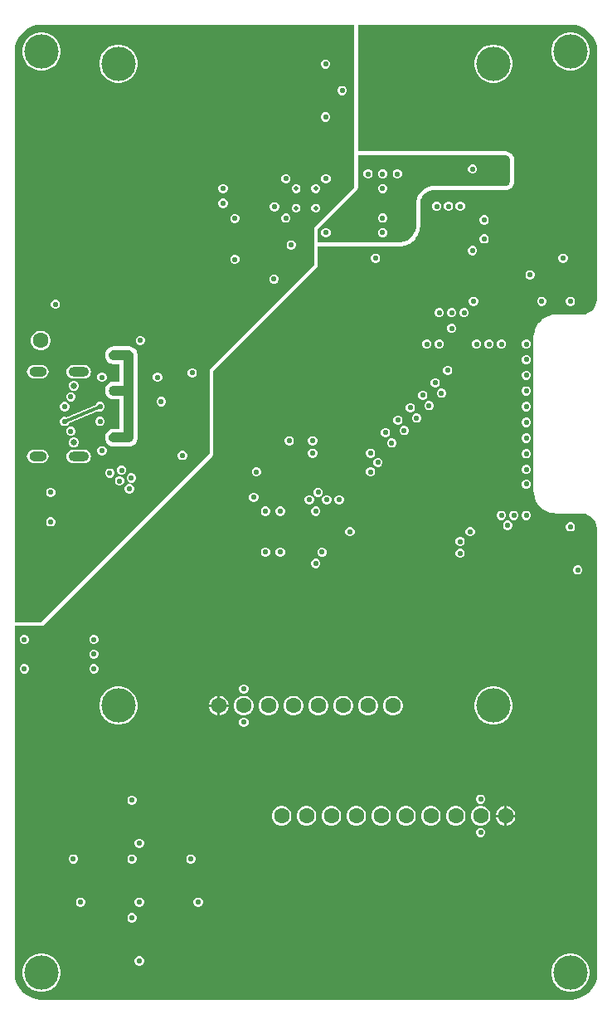
<source format=gbr>
%TF.GenerationSoftware,Altium Limited,Altium Designer,22.10.1 (41)*%
G04 Layer_Physical_Order=3*
G04 Layer_Color=16440176*
%FSLAX45Y45*%
%MOMM*%
%TF.SameCoordinates,E44625A2-F068-4864-A6FA-01B12190F87A*%
%TF.FilePolarity,Positive*%
%TF.FileFunction,Copper,L3,Inr,Signal*%
%TF.Part,Single*%
G01*
G75*
%TA.AperFunction,Conductor*%
%ADD29C,0.30000*%
%TA.AperFunction,ComponentPad*%
%ADD33C,3.50000*%
%ADD34C,1.60000*%
%ADD35O,1.80000X1.00000*%
%ADD36O,2.10000X1.00000*%
%ADD37C,0.65000*%
%TA.AperFunction,ViaPad*%
%ADD38C,0.55000*%
%ADD39C,0.50000*%
G36*
X5035000Y8640000D02*
X5044945D01*
X5063322Y8632388D01*
X5077387Y8618323D01*
X5084999Y8599945D01*
Y8590000D01*
X5085000D01*
X5085000Y8508750D01*
Y8377500D01*
Y8367554D01*
X5077388Y8349177D01*
X5063322Y8335112D01*
X5044945Y8327500D01*
X5035000D01*
X4695000Y8327500D01*
X4305000D01*
X4287357Y8326633D01*
X4252748Y8319749D01*
X4220148Y8306246D01*
X4190809Y8286642D01*
X4165858Y8261691D01*
X4146254Y8232351D01*
X4132750Y8199751D01*
X4125867Y8165143D01*
X4125000Y8147500D01*
X4124999Y7925000D01*
X4125000Y7908010D01*
X4118371Y7874683D01*
X4105367Y7843290D01*
X4086489Y7815037D01*
X4062462Y7791010D01*
X4034209Y7772132D01*
X4002816Y7759129D01*
X3969490Y7752500D01*
X3952500Y7752500D01*
X3123284D01*
Y7888107D01*
X3518838Y8283661D01*
X3527679Y8296892D01*
X3528194Y8299482D01*
X3530784Y8312500D01*
X3530783Y8312501D01*
Y8640000D01*
X5035000Y8640000D01*
D02*
G37*
G36*
X5717993Y9974511D02*
X5753668Y9969815D01*
X5788429Y9960501D01*
X5821674Y9946730D01*
X5852838Y9928738D01*
X5881387Y9906832D01*
X5906833Y9881385D01*
X5928738Y9852838D01*
X5946730Y9821675D01*
X5960501Y9788428D01*
X5969815Y9753671D01*
X5974512Y9717993D01*
Y9700000D01*
X5974513Y7187500D01*
Y7170312D01*
X5967806Y7136597D01*
X5954651Y7104837D01*
X5935553Y7076254D01*
X5911246Y7051948D01*
X5882663Y7032850D01*
X5850904Y7019695D01*
X5817189Y7012988D01*
X5550000D01*
X5549377Y7012864D01*
X5548749Y7012958D01*
X5529146Y7011994D01*
X5527314Y7011535D01*
X5525424D01*
X5486970Y7003886D01*
X5484651Y7002926D01*
X5482189Y7002436D01*
X5445967Y6987432D01*
X5443880Y6986038D01*
X5441560Y6985077D01*
X5408960Y6963295D01*
X5407186Y6961520D01*
X5405098Y6960125D01*
X5377375Y6932401D01*
X5375980Y6930314D01*
X5374205Y6928539D01*
X5352423Y6895940D01*
X5351462Y6893621D01*
X5350067Y6891533D01*
X5335063Y6855311D01*
X5334574Y6852849D01*
X5333613Y6850529D01*
X5325964Y6812076D01*
Y6810186D01*
X5325505Y6808353D01*
X5324542Y6788750D01*
X5324635Y6788123D01*
X5324511Y6787500D01*
Y5212500D01*
X5324635Y5211877D01*
X5324542Y5211249D01*
X5325505Y5191646D01*
X5325964Y5189814D01*
Y5187924D01*
X5333613Y5149471D01*
X5334574Y5147151D01*
X5335063Y5144689D01*
X5350067Y5108467D01*
X5351462Y5106379D01*
X5352423Y5104060D01*
X5374205Y5071461D01*
X5375980Y5069686D01*
X5377375Y5067598D01*
X5405098Y5039875D01*
X5407186Y5038480D01*
X5408960Y5036705D01*
X5441559Y5014923D01*
X5443879Y5013963D01*
X5445966Y5012568D01*
X5482188Y4997564D01*
X5484650Y4997074D01*
X5486970Y4996113D01*
X5525424Y4988464D01*
X5527314D01*
X5529146Y4988006D01*
X5548749Y4987043D01*
X5549377Y4987136D01*
X5550000Y4987012D01*
X5800000Y4987012D01*
D01*
X5817188Y4987011D01*
X5850903Y4980305D01*
X5882663Y4967149D01*
X5911245Y4948052D01*
X5935551Y4923745D01*
X5954650Y4895161D01*
X5967805Y4863403D01*
X5974511Y4829687D01*
X5974511Y4812500D01*
D01*
Y4812500D01*
X5974512Y300000D01*
Y282007D01*
X5969815Y246331D01*
X5960501Y211572D01*
X5946730Y178325D01*
X5928738Y147163D01*
X5906831Y118613D01*
X5881386Y93168D01*
X5852838Y71262D01*
X5821674Y53270D01*
X5788429Y39499D01*
X5753669Y30185D01*
X5717992Y25488D01*
X282008D01*
X246329Y30185D01*
X211572Y39499D01*
X178325Y53270D01*
X147163Y71261D01*
X118613Y93168D01*
X93168Y118613D01*
X71262Y147162D01*
X53270Y178326D01*
X39499Y211571D01*
X30185Y246331D01*
X25488Y282008D01*
Y300000D01*
Y3836716D01*
X294999Y3836716D01*
X295000Y3836716D01*
X310607Y3839820D01*
X314997Y3842754D01*
X323838Y3848661D01*
X323839Y3848662D01*
X2043838Y5568661D01*
X2052679Y5581893D01*
X2053194Y5584482D01*
X2055783Y5597500D01*
X2055783Y5597501D01*
X2055784Y6440607D01*
X3111338Y7496161D01*
X3120179Y7509392D01*
X3120694Y7511982D01*
X3123284Y7525000D01*
X3123284Y7525001D01*
Y7711717D01*
X3952499D01*
X3969489Y7711716D01*
X3973429Y7712500D01*
X3977446D01*
X4010773Y7719129D01*
X4014484Y7720666D01*
X4018423Y7721450D01*
X4049816Y7734453D01*
X4053156Y7736685D01*
X4056867Y7738222D01*
X4085120Y7757100D01*
X4087961Y7759940D01*
X4091300Y7762172D01*
X4115328Y7786199D01*
X4117559Y7789538D01*
X4120400Y7792379D01*
X4139278Y7820632D01*
X4140815Y7824343D01*
X4143047Y7827683D01*
X4156050Y7859076D01*
X4156833Y7863016D01*
X4158371Y7866727D01*
X4165000Y7900054D01*
Y7904071D01*
X4165783Y7908010D01*
X4165783Y7925000D01*
X4165783Y8146497D01*
X4166453Y8160138D01*
X4171967Y8187855D01*
X4182395Y8213033D01*
X4197536Y8235693D01*
X4216807Y8254964D01*
X4239467Y8270104D01*
X4264645Y8280533D01*
X4292362Y8286046D01*
X4306004Y8286716D01*
X4695000D01*
X5035000Y8286716D01*
X5044945D01*
X5060552Y8289821D01*
X5060553Y8289821D01*
X5078929Y8297432D01*
X5078930Y8297432D01*
X5085556Y8301860D01*
X5092161Y8306273D01*
X5092161Y8306274D01*
X5106226Y8320339D01*
X5111526Y8328270D01*
X5115067Y8333570D01*
X5122679Y8351947D01*
X5125784Y8367554D01*
Y8377500D01*
Y8508750D01*
D01*
Y8508750D01*
X5125783Y8590000D01*
X5125783Y8590002D01*
Y8599945D01*
X5122679Y8615553D01*
X5122678Y8615554D01*
X5115066Y8633930D01*
X5109159Y8642771D01*
X5106226Y8647161D01*
X5092161Y8661226D01*
X5084229Y8666525D01*
X5078930Y8670067D01*
X5060552Y8677679D01*
X5044945Y8680783D01*
X5035000D01*
X3530783Y8680784D01*
Y9974512D01*
X5700000D01*
X5717993Y9974511D01*
D02*
G37*
G36*
X3490000Y8312500D02*
X3082500Y7905000D01*
Y7525000D01*
X2015000Y6457500D01*
X2015000Y5597500D01*
X295000Y3877500D01*
X25488Y3877500D01*
Y9700000D01*
Y9717991D01*
X30185Y9753671D01*
X39499Y9788427D01*
X53270Y9821675D01*
X71261Y9852837D01*
X93168Y9881386D01*
X118613Y9906832D01*
X147162Y9928738D01*
X178326Y9946730D01*
X211571Y9960501D01*
X246329Y9969814D01*
X282007Y9974512D01*
X3490000D01*
Y8312500D01*
D02*
G37*
%LPC*%
G36*
X4709448Y8547500D02*
X4690552D01*
X4673094Y8540268D01*
X4659732Y8526906D01*
X4652500Y8509448D01*
Y8490552D01*
X4659732Y8473094D01*
X4673094Y8459732D01*
X4690552Y8452500D01*
X4709448D01*
X4726906Y8459732D01*
X4740268Y8473094D01*
X4747500Y8490552D01*
Y8509448D01*
X4740268Y8526906D01*
X4726906Y8540268D01*
X4709448Y8547500D01*
D02*
G37*
G36*
X3943448Y8497500D02*
X3924552D01*
X3907094Y8490269D01*
X3893732Y8476907D01*
X3886500Y8459448D01*
Y8440552D01*
X3893732Y8423094D01*
X3907094Y8409732D01*
X3924552Y8402500D01*
X3943448D01*
X3960906Y8409732D01*
X3974268Y8423094D01*
X3981500Y8440552D01*
Y8459448D01*
X3974268Y8476907D01*
X3960906Y8490269D01*
X3943448Y8497500D01*
D02*
G37*
G36*
X3793448D02*
X3774552D01*
X3757094Y8490269D01*
X3743732Y8476907D01*
X3736500Y8459448D01*
Y8440552D01*
X3743732Y8423094D01*
X3757094Y8409732D01*
X3774552Y8402500D01*
X3793448D01*
X3810907Y8409732D01*
X3824268Y8423094D01*
X3831500Y8440552D01*
Y8459448D01*
X3824268Y8476907D01*
X3810907Y8490269D01*
X3793448Y8497500D01*
D02*
G37*
G36*
X3643448D02*
X3624552D01*
X3607094Y8490269D01*
X3593732Y8476907D01*
X3586500Y8459448D01*
Y8440552D01*
X3593732Y8423094D01*
X3607094Y8409732D01*
X3624552Y8402500D01*
X3643448D01*
X3660907Y8409732D01*
X3674268Y8423094D01*
X3681500Y8440552D01*
Y8459448D01*
X3674268Y8476907D01*
X3660907Y8490269D01*
X3643448Y8497500D01*
D02*
G37*
G36*
X3793448Y8347500D02*
X3774552D01*
X3757094Y8340268D01*
X3743732Y8326906D01*
X3736500Y8309448D01*
Y8290552D01*
X3743732Y8273093D01*
X3757094Y8259732D01*
X3774552Y8252500D01*
X3793448D01*
X3810907Y8259732D01*
X3824268Y8273093D01*
X3831500Y8290552D01*
Y8309448D01*
X3824268Y8326906D01*
X3810907Y8340268D01*
X3793448Y8347500D01*
D02*
G37*
G36*
Y8047500D02*
X3774552D01*
X3757094Y8040268D01*
X3743732Y8026906D01*
X3736500Y8009448D01*
Y7990552D01*
X3743732Y7973094D01*
X3757094Y7959732D01*
X3774552Y7952500D01*
X3793448D01*
X3810907Y7959732D01*
X3824268Y7973094D01*
X3831500Y7990552D01*
Y8009448D01*
X3824268Y8026906D01*
X3810907Y8040268D01*
X3793448Y8047500D01*
D02*
G37*
G36*
Y7897500D02*
X3774552D01*
X3757094Y7890268D01*
X3743732Y7876907D01*
X3736500Y7859448D01*
Y7840552D01*
X3743732Y7823094D01*
X3757094Y7809732D01*
X3774552Y7802500D01*
X3793448D01*
X3810907Y7809732D01*
X3824268Y7823094D01*
X3831500Y7840552D01*
Y7859448D01*
X3824268Y7876907D01*
X3810907Y7890268D01*
X3793448Y7897500D01*
D02*
G37*
G36*
X3214448D02*
X3195552D01*
X3178094Y7890268D01*
X3164732Y7876907D01*
X3157500Y7859448D01*
Y7840552D01*
X3164732Y7823094D01*
X3178094Y7809732D01*
X3195552Y7802500D01*
X3214448D01*
X3231907Y7809732D01*
X3245269Y7823094D01*
X3252500Y7840552D01*
Y7859448D01*
X3245269Y7876907D01*
X3231907Y7890268D01*
X3214448Y7897500D01*
D02*
G37*
G36*
X5719206Y9895000D02*
X5680795D01*
X5643121Y9887506D01*
X5607633Y9872806D01*
X5575695Y9851466D01*
X5548534Y9824305D01*
X5527194Y9792367D01*
X5512494Y9756879D01*
X5505000Y9719205D01*
Y9680794D01*
X5512494Y9643120D01*
X5527194Y9607633D01*
X5548534Y9575694D01*
X5575695Y9548533D01*
X5607633Y9527193D01*
X5643121Y9512494D01*
X5680795Y9505000D01*
X5719206D01*
X5756880Y9512494D01*
X5792367Y9527193D01*
X5824306Y9548533D01*
X5851467Y9575694D01*
X5872807Y9607633D01*
X5887506Y9643120D01*
X5895000Y9680794D01*
Y9719205D01*
X5887506Y9756879D01*
X5872807Y9792367D01*
X5851467Y9824305D01*
X5824306Y9851466D01*
X5792367Y9872806D01*
X5756880Y9887506D01*
X5719206Y9895000D01*
D02*
G37*
G36*
X4934206Y9770000D02*
X4895794D01*
X4858121Y9762506D01*
X4822633Y9747807D01*
X4790695Y9726466D01*
X4763534Y9699305D01*
X4742193Y9667367D01*
X4727494Y9631880D01*
X4720000Y9594206D01*
Y9555794D01*
X4727494Y9518121D01*
X4742193Y9482633D01*
X4763534Y9450695D01*
X4790695Y9423534D01*
X4822633Y9402194D01*
X4858121Y9387494D01*
X4895794Y9380000D01*
X4934206D01*
X4971880Y9387494D01*
X5007367Y9402194D01*
X5039305Y9423534D01*
X5066466Y9450695D01*
X5087807Y9482633D01*
X5102506Y9518121D01*
X5110000Y9555794D01*
Y9594206D01*
X5102506Y9631880D01*
X5087807Y9667367D01*
X5066466Y9699305D01*
X5039305Y9726466D01*
X5007367Y9747807D01*
X4971880Y9762506D01*
X4934206Y9770000D01*
D02*
G37*
G36*
X4584448Y8167500D02*
X4565552D01*
X4548094Y8160268D01*
X4534732Y8146906D01*
X4527500Y8129448D01*
Y8110552D01*
X4534732Y8093094D01*
X4548094Y8079732D01*
X4565552Y8072500D01*
X4584448D01*
X4601906Y8079732D01*
X4615268Y8093094D01*
X4622500Y8110552D01*
Y8129448D01*
X4615268Y8146906D01*
X4601906Y8160268D01*
X4584448Y8167500D01*
D02*
G37*
G36*
X4464448D02*
X4445552D01*
X4428094Y8160268D01*
X4414732Y8146906D01*
X4407500Y8129448D01*
Y8110552D01*
X4414732Y8093094D01*
X4428094Y8079732D01*
X4445552Y8072500D01*
X4464448D01*
X4481906Y8079732D01*
X4495268Y8093094D01*
X4502500Y8110552D01*
Y8129448D01*
X4495268Y8146906D01*
X4481906Y8160268D01*
X4464448Y8167500D01*
D02*
G37*
G36*
X4344448D02*
X4325552D01*
X4308093Y8160268D01*
X4294732Y8146906D01*
X4287500Y8129448D01*
Y8110552D01*
X4294732Y8093094D01*
X4308093Y8079732D01*
X4325552Y8072500D01*
X4344448D01*
X4361906Y8079732D01*
X4375268Y8093094D01*
X4382500Y8110552D01*
Y8129448D01*
X4375268Y8146906D01*
X4361906Y8160268D01*
X4344448Y8167500D01*
D02*
G37*
G36*
X4829448Y8027500D02*
X4810552D01*
X4793094Y8020268D01*
X4779732Y8006906D01*
X4772500Y7989448D01*
Y7970551D01*
X4779732Y7953093D01*
X4793094Y7939731D01*
X4810552Y7932500D01*
X4829448D01*
X4846906Y7939731D01*
X4860268Y7953093D01*
X4867500Y7970551D01*
Y7989448D01*
X4860268Y8006906D01*
X4846906Y8020268D01*
X4829448Y8027500D01*
D02*
G37*
G36*
Y7835000D02*
X4810552D01*
X4793094Y7827769D01*
X4779732Y7814407D01*
X4772500Y7796949D01*
Y7778052D01*
X4779732Y7760594D01*
X4793094Y7747232D01*
X4810552Y7740001D01*
X4829448D01*
X4846906Y7747232D01*
X4860268Y7760594D01*
X4867500Y7778052D01*
Y7796949D01*
X4860268Y7814407D01*
X4846906Y7827769D01*
X4829448Y7835000D01*
D02*
G37*
G36*
X4709448Y7715000D02*
X4690552D01*
X4673094Y7707769D01*
X4659732Y7694407D01*
X4652500Y7676949D01*
Y7658052D01*
X4659732Y7640594D01*
X4673094Y7627232D01*
X4690552Y7620001D01*
X4709448D01*
X4726906Y7627232D01*
X4740268Y7640594D01*
X4747500Y7658052D01*
Y7676949D01*
X4740268Y7694407D01*
X4726906Y7707769D01*
X4709448Y7715000D01*
D02*
G37*
G36*
X5634448Y7637500D02*
X5615552D01*
X5598093Y7630268D01*
X5584732Y7616907D01*
X5577500Y7599448D01*
Y7580552D01*
X5584732Y7563094D01*
X5598093Y7549732D01*
X5615552Y7542500D01*
X5634448D01*
X5651906Y7549732D01*
X5665268Y7563094D01*
X5672500Y7580552D01*
Y7599448D01*
X5665268Y7616907D01*
X5651906Y7630268D01*
X5634448Y7637500D01*
D02*
G37*
G36*
X3719448D02*
X3700552D01*
X3683093Y7630268D01*
X3669732Y7616907D01*
X3662500Y7599448D01*
Y7580552D01*
X3669732Y7563094D01*
X3683093Y7549732D01*
X3700552Y7542500D01*
X3719448D01*
X3736906Y7549732D01*
X3750268Y7563094D01*
X3757500Y7580552D01*
Y7599448D01*
X3750268Y7616907D01*
X3736906Y7630268D01*
X3719448Y7637500D01*
D02*
G37*
G36*
X5297448Y7467500D02*
X5278552D01*
X5261094Y7460268D01*
X5247732Y7446906D01*
X5240500Y7429448D01*
Y7410552D01*
X5247732Y7393093D01*
X5261094Y7379731D01*
X5278552Y7372500D01*
X5297448D01*
X5314907Y7379731D01*
X5328268Y7393093D01*
X5335500Y7410552D01*
Y7429448D01*
X5328268Y7446906D01*
X5314907Y7460268D01*
X5297448Y7467500D01*
D02*
G37*
G36*
X5709448Y7197500D02*
X5690552D01*
X5673094Y7190268D01*
X5659732Y7176906D01*
X5652500Y7159448D01*
Y7140552D01*
X5659732Y7123093D01*
X5673094Y7109732D01*
X5690552Y7102500D01*
X5709448D01*
X5726907Y7109732D01*
X5740268Y7123093D01*
X5747500Y7140552D01*
Y7159448D01*
X5740268Y7176906D01*
X5726907Y7190268D01*
X5709448Y7197500D01*
D02*
G37*
G36*
X5417448D02*
X5398552D01*
X5381094Y7190268D01*
X5367732Y7176906D01*
X5360500Y7159448D01*
Y7140552D01*
X5367732Y7123093D01*
X5381094Y7109732D01*
X5398552Y7102500D01*
X5417448D01*
X5434907Y7109732D01*
X5448269Y7123093D01*
X5455500Y7140552D01*
Y7159448D01*
X5448269Y7176906D01*
X5434907Y7190268D01*
X5417448Y7197500D01*
D02*
G37*
G36*
X4720448D02*
X4701552D01*
X4684094Y7190268D01*
X4670732Y7176906D01*
X4663500Y7159448D01*
Y7140552D01*
X4670732Y7123093D01*
X4684094Y7109732D01*
X4701552Y7102500D01*
X4720448D01*
X4737906Y7109732D01*
X4751268Y7123093D01*
X4758500Y7140552D01*
Y7159448D01*
X4751268Y7176906D01*
X4737906Y7190268D01*
X4720448Y7197500D01*
D02*
G37*
G36*
X4624448Y7082500D02*
X4605552D01*
X4588093Y7075268D01*
X4574732Y7061906D01*
X4567500Y7044448D01*
Y7025552D01*
X4574732Y7008093D01*
X4588093Y6994732D01*
X4605552Y6987500D01*
X4624448D01*
X4641906Y6994732D01*
X4655268Y7008093D01*
X4662500Y7025552D01*
Y7044448D01*
X4655268Y7061906D01*
X4641906Y7075268D01*
X4624448Y7082500D01*
D02*
G37*
G36*
X4497448D02*
X4478552D01*
X4461093Y7075268D01*
X4447732Y7061906D01*
X4440500Y7044448D01*
Y7025552D01*
X4447732Y7008093D01*
X4461093Y6994732D01*
X4478552Y6987500D01*
X4497448D01*
X4514906Y6994732D01*
X4528268Y7008093D01*
X4535500Y7025552D01*
Y7044448D01*
X4528268Y7061906D01*
X4514906Y7075268D01*
X4497448Y7082500D01*
D02*
G37*
G36*
X4370448D02*
X4351552D01*
X4334093Y7075268D01*
X4320732Y7061906D01*
X4313500Y7044448D01*
Y7025552D01*
X4320732Y7008093D01*
X4334093Y6994732D01*
X4351552Y6987500D01*
X4370448D01*
X4387906Y6994732D01*
X4401268Y7008093D01*
X4408500Y7025552D01*
Y7044448D01*
X4401268Y7061906D01*
X4387906Y7075268D01*
X4370448Y7082500D01*
D02*
G37*
G36*
X4497448Y6922500D02*
X4478552D01*
X4461093Y6915268D01*
X4447732Y6901906D01*
X4440500Y6884448D01*
Y6865552D01*
X4447732Y6848093D01*
X4461093Y6834732D01*
X4478552Y6827500D01*
X4497448D01*
X4514906Y6834732D01*
X4528268Y6848093D01*
X4535500Y6865552D01*
Y6884448D01*
X4528268Y6901906D01*
X4514906Y6915268D01*
X4497448Y6922500D01*
D02*
G37*
G36*
X5259448Y6762500D02*
X5240552D01*
X5223093Y6755268D01*
X5209732Y6741907D01*
X5202500Y6724448D01*
Y6705552D01*
X5209732Y6688094D01*
X5223093Y6674732D01*
X5240552Y6667500D01*
X5259448D01*
X5276906Y6674732D01*
X5290268Y6688094D01*
X5297500Y6705552D01*
Y6724448D01*
X5290268Y6741907D01*
X5276906Y6755268D01*
X5259448Y6762500D01*
D02*
G37*
G36*
X5005448D02*
X4986552D01*
X4969093Y6755268D01*
X4955732Y6741907D01*
X4948500Y6724448D01*
Y6705552D01*
X4955732Y6688094D01*
X4969093Y6674732D01*
X4986552Y6667500D01*
X5005448D01*
X5022906Y6674732D01*
X5036268Y6688094D01*
X5043500Y6705552D01*
Y6724448D01*
X5036268Y6741907D01*
X5022906Y6755268D01*
X5005448Y6762500D01*
D02*
G37*
G36*
X4878448D02*
X4859552D01*
X4842093Y6755268D01*
X4828732Y6741907D01*
X4821500Y6724448D01*
Y6705552D01*
X4828732Y6688094D01*
X4842093Y6674732D01*
X4859552Y6667500D01*
X4878448D01*
X4895906Y6674732D01*
X4909268Y6688094D01*
X4916500Y6705552D01*
Y6724448D01*
X4909268Y6741907D01*
X4895906Y6755268D01*
X4878448Y6762500D01*
D02*
G37*
G36*
X4751448D02*
X4732552D01*
X4715093Y6755268D01*
X4701732Y6741907D01*
X4694500Y6724448D01*
Y6705552D01*
X4701732Y6688094D01*
X4715093Y6674732D01*
X4732552Y6667500D01*
X4751448D01*
X4768906Y6674732D01*
X4782268Y6688094D01*
X4789500Y6705552D01*
Y6724448D01*
X4782268Y6741907D01*
X4768906Y6755268D01*
X4751448Y6762500D01*
D02*
G37*
G36*
X4370448D02*
X4351552D01*
X4334093Y6755268D01*
X4320732Y6741907D01*
X4313500Y6724448D01*
Y6705552D01*
X4320732Y6688094D01*
X4334093Y6674732D01*
X4351552Y6667500D01*
X4370448D01*
X4387906Y6674732D01*
X4401268Y6688094D01*
X4408500Y6705552D01*
Y6724448D01*
X4401268Y6741907D01*
X4387906Y6755268D01*
X4370448Y6762500D01*
D02*
G37*
G36*
X4243448D02*
X4224552D01*
X4207093Y6755268D01*
X4193732Y6741907D01*
X4186500Y6724448D01*
Y6705552D01*
X4193732Y6688094D01*
X4207093Y6674732D01*
X4224552Y6667500D01*
X4243448D01*
X4260906Y6674732D01*
X4274268Y6688094D01*
X4281500Y6705552D01*
Y6724448D01*
X4274268Y6741907D01*
X4260906Y6755268D01*
X4243448Y6762500D01*
D02*
G37*
G36*
X5259448Y6602500D02*
X5240552D01*
X5223093Y6595268D01*
X5209732Y6581907D01*
X5202500Y6564448D01*
Y6545552D01*
X5209732Y6528094D01*
X5223093Y6514732D01*
X5240552Y6507500D01*
X5259448D01*
X5276906Y6514732D01*
X5290268Y6528094D01*
X5297500Y6545552D01*
Y6564448D01*
X5290268Y6581907D01*
X5276906Y6595268D01*
X5259448Y6602500D01*
D02*
G37*
G36*
X4456948Y6492500D02*
X4438052D01*
X4420594Y6485268D01*
X4407232Y6471907D01*
X4400000Y6454448D01*
Y6435552D01*
X4407232Y6418094D01*
X4420594Y6404732D01*
X4438052Y6397500D01*
X4456948D01*
X4474407Y6404732D01*
X4487769Y6418094D01*
X4495000Y6435552D01*
Y6454448D01*
X4487769Y6471907D01*
X4474407Y6485268D01*
X4456948Y6492500D01*
D02*
G37*
G36*
X5259448Y6442500D02*
X5240552D01*
X5223093Y6435269D01*
X5209732Y6421907D01*
X5202500Y6404448D01*
Y6385552D01*
X5209732Y6368094D01*
X5223093Y6354732D01*
X5240552Y6347500D01*
X5259448D01*
X5276906Y6354732D01*
X5290268Y6368094D01*
X5297500Y6385552D01*
Y6404448D01*
X5290268Y6421907D01*
X5276906Y6435269D01*
X5259448Y6442500D01*
D02*
G37*
G36*
X4329948Y6365000D02*
X4311052D01*
X4293593Y6357768D01*
X4280231Y6344406D01*
X4273000Y6326948D01*
Y6308052D01*
X4280231Y6290593D01*
X4293593Y6277232D01*
X4311052Y6270000D01*
X4329948D01*
X4347406Y6277232D01*
X4360768Y6290593D01*
X4368000Y6308052D01*
Y6326948D01*
X4360768Y6344406D01*
X4347406Y6357768D01*
X4329948Y6365000D01*
D02*
G37*
G36*
X5259448Y6282500D02*
X5240552D01*
X5223093Y6275269D01*
X5209732Y6261907D01*
X5202500Y6244449D01*
Y6225552D01*
X5209732Y6208094D01*
X5223093Y6194732D01*
X5240552Y6187500D01*
X5259448D01*
X5276906Y6194732D01*
X5290268Y6208094D01*
X5297500Y6225552D01*
Y6244449D01*
X5290268Y6261907D01*
X5276906Y6275269D01*
X5259448Y6282500D01*
D02*
G37*
G36*
X4393448Y6260000D02*
X4374552D01*
X4357093Y6252768D01*
X4343731Y6239406D01*
X4336500Y6221948D01*
Y6203052D01*
X4343731Y6185593D01*
X4357093Y6172231D01*
X4374552Y6165000D01*
X4393448D01*
X4410906Y6172231D01*
X4424268Y6185593D01*
X4431500Y6203052D01*
Y6221948D01*
X4424268Y6239406D01*
X4410906Y6252768D01*
X4393448Y6260000D01*
D02*
G37*
G36*
X4202948Y6238000D02*
X4184052D01*
X4166593Y6230768D01*
X4153231Y6217406D01*
X4146000Y6199948D01*
Y6181052D01*
X4153231Y6163593D01*
X4166593Y6150232D01*
X4184052Y6143000D01*
X4202948D01*
X4220406Y6150232D01*
X4233768Y6163593D01*
X4241000Y6181052D01*
Y6199948D01*
X4233768Y6217406D01*
X4220406Y6230768D01*
X4202948Y6238000D01*
D02*
G37*
G36*
X4266448Y6133000D02*
X4247552D01*
X4230093Y6125768D01*
X4216731Y6112406D01*
X4209500Y6094948D01*
Y6076052D01*
X4216731Y6058593D01*
X4230093Y6045231D01*
X4247552Y6038000D01*
X4266448D01*
X4283906Y6045231D01*
X4297268Y6058593D01*
X4304500Y6076052D01*
Y6094948D01*
X4297268Y6112406D01*
X4283906Y6125768D01*
X4266448Y6133000D01*
D02*
G37*
G36*
X5259448Y6122500D02*
X5240552D01*
X5223093Y6115269D01*
X5209732Y6101907D01*
X5202500Y6084449D01*
Y6065552D01*
X5209732Y6048094D01*
X5223093Y6034732D01*
X5240552Y6027501D01*
X5259448D01*
X5276906Y6034732D01*
X5290268Y6048094D01*
X5297500Y6065552D01*
Y6084449D01*
X5290268Y6101907D01*
X5276906Y6115269D01*
X5259448Y6122500D01*
D02*
G37*
G36*
X4075948Y6111000D02*
X4057052D01*
X4039594Y6103768D01*
X4026232Y6090406D01*
X4019000Y6072948D01*
Y6054052D01*
X4026232Y6036593D01*
X4039594Y6023232D01*
X4057052Y6016000D01*
X4075948D01*
X4093407Y6023232D01*
X4106769Y6036593D01*
X4114000Y6054052D01*
Y6072948D01*
X4106769Y6090406D01*
X4093407Y6103768D01*
X4075948Y6111000D01*
D02*
G37*
G36*
X4139448Y6006000D02*
X4120552D01*
X4103094Y5998768D01*
X4089732Y5985406D01*
X4082500Y5967948D01*
Y5949052D01*
X4089732Y5931593D01*
X4103094Y5918231D01*
X4120552Y5911000D01*
X4139448D01*
X4156907Y5918231D01*
X4170269Y5931593D01*
X4177500Y5949052D01*
Y5967948D01*
X4170269Y5985406D01*
X4156907Y5998768D01*
X4139448Y6006000D01*
D02*
G37*
G36*
X3948948Y5984000D02*
X3930052D01*
X3912593Y5976768D01*
X3899231Y5963406D01*
X3892000Y5945948D01*
Y5927052D01*
X3899231Y5909593D01*
X3912593Y5896232D01*
X3930052Y5889000D01*
X3948948D01*
X3966406Y5896232D01*
X3979768Y5909593D01*
X3987000Y5927052D01*
Y5945948D01*
X3979768Y5963406D01*
X3966406Y5976768D01*
X3948948Y5984000D01*
D02*
G37*
G36*
X5259448Y5962500D02*
X5240552D01*
X5223093Y5955269D01*
X5209732Y5941907D01*
X5202500Y5924449D01*
Y5905552D01*
X5209732Y5888094D01*
X5223093Y5874732D01*
X5240552Y5867501D01*
X5259448D01*
X5276906Y5874732D01*
X5290268Y5888094D01*
X5297500Y5905552D01*
Y5924449D01*
X5290268Y5941907D01*
X5276906Y5955269D01*
X5259448Y5962500D01*
D02*
G37*
G36*
X4012448Y5879000D02*
X3993552D01*
X3976093Y5871768D01*
X3962731Y5858406D01*
X3955500Y5840948D01*
Y5822052D01*
X3962731Y5804593D01*
X3976093Y5791231D01*
X3993552Y5784000D01*
X4012448D01*
X4029906Y5791231D01*
X4043268Y5804593D01*
X4050500Y5822052D01*
Y5840948D01*
X4043268Y5858406D01*
X4029906Y5871768D01*
X4012448Y5879000D01*
D02*
G37*
G36*
X3821948Y5857000D02*
X3803052D01*
X3785594Y5849768D01*
X3772232Y5836406D01*
X3765000Y5818948D01*
Y5800052D01*
X3772232Y5782593D01*
X3785594Y5769232D01*
X3803052Y5762000D01*
X3821948D01*
X3839407Y5769232D01*
X3852769Y5782593D01*
X3860000Y5800052D01*
Y5818948D01*
X3852769Y5836406D01*
X3839407Y5849768D01*
X3821948Y5857000D01*
D02*
G37*
G36*
X5259448Y5802500D02*
X5240552D01*
X5223093Y5795269D01*
X5209732Y5781907D01*
X5202500Y5764449D01*
Y5745552D01*
X5209732Y5728094D01*
X5223093Y5714732D01*
X5240552Y5707501D01*
X5259448D01*
X5276906Y5714732D01*
X5290268Y5728094D01*
X5297500Y5745552D01*
Y5764449D01*
X5290268Y5781907D01*
X5276906Y5795269D01*
X5259448Y5802500D01*
D02*
G37*
G36*
X3078968Y5775200D02*
X3060072D01*
X3042613Y5767968D01*
X3029251Y5754606D01*
X3022020Y5737148D01*
Y5718252D01*
X3029251Y5700794D01*
X3042613Y5687432D01*
X3060072Y5680200D01*
X3078968D01*
X3096426Y5687432D01*
X3109788Y5700794D01*
X3117020Y5718252D01*
Y5737148D01*
X3109788Y5754606D01*
X3096426Y5767968D01*
X3078968Y5775200D01*
D02*
G37*
G36*
X2838968D02*
X2820072D01*
X2802613Y5767968D01*
X2789251Y5754606D01*
X2782020Y5737148D01*
Y5718252D01*
X2789251Y5700794D01*
X2802613Y5687432D01*
X2820072Y5680200D01*
X2838968D01*
X2856426Y5687432D01*
X2869788Y5700794D01*
X2877020Y5718252D01*
Y5737148D01*
X2869788Y5754606D01*
X2856426Y5767968D01*
X2838968Y5775200D01*
D02*
G37*
G36*
X3885448Y5752000D02*
X3866552D01*
X3849094Y5744768D01*
X3835732Y5731406D01*
X3828500Y5713948D01*
Y5695052D01*
X3835732Y5677593D01*
X3849094Y5664231D01*
X3866552Y5657000D01*
X3885448D01*
X3902907Y5664231D01*
X3916269Y5677593D01*
X3923500Y5695052D01*
Y5713948D01*
X3916269Y5731406D01*
X3902907Y5744768D01*
X3885448Y5752000D01*
D02*
G37*
G36*
X3669448Y5648200D02*
X3650552D01*
X3633094Y5640968D01*
X3619732Y5627606D01*
X3612500Y5610148D01*
Y5591252D01*
X3619732Y5573794D01*
X3633094Y5560432D01*
X3650552Y5553200D01*
X3669448D01*
X3686907Y5560432D01*
X3700268Y5573794D01*
X3707500Y5591252D01*
Y5610148D01*
X3700268Y5627606D01*
X3686907Y5640968D01*
X3669448Y5648200D01*
D02*
G37*
G36*
X3078968D02*
X3060072D01*
X3042613Y5640968D01*
X3029251Y5627606D01*
X3022020Y5610148D01*
Y5591252D01*
X3029251Y5573794D01*
X3042613Y5560432D01*
X3060072Y5553200D01*
X3078968D01*
X3096426Y5560432D01*
X3109788Y5573794D01*
X3117020Y5591252D01*
Y5610148D01*
X3109788Y5627606D01*
X3096426Y5640968D01*
X3078968Y5648200D01*
D02*
G37*
G36*
X5259448Y5642500D02*
X5240552D01*
X5223093Y5635269D01*
X5209732Y5621907D01*
X5202500Y5604449D01*
Y5585552D01*
X5209732Y5568094D01*
X5223093Y5554732D01*
X5240552Y5547501D01*
X5259448D01*
X5276906Y5554732D01*
X5290268Y5568094D01*
X5297500Y5585552D01*
Y5604449D01*
X5290268Y5621907D01*
X5276906Y5635269D01*
X5259448Y5642500D01*
D02*
G37*
G36*
X3744448Y5552950D02*
X3725552D01*
X3708093Y5545718D01*
X3694731Y5532356D01*
X3687500Y5514898D01*
Y5496002D01*
X3694731Y5478544D01*
X3708093Y5465182D01*
X3725552Y5457950D01*
X3744448D01*
X3761906Y5465182D01*
X3775268Y5478544D01*
X3782500Y5496002D01*
Y5514898D01*
X3775268Y5532356D01*
X3761906Y5545718D01*
X3744448Y5552950D01*
D02*
G37*
G36*
X5259448Y5482500D02*
X5240552D01*
X5223093Y5475269D01*
X5209732Y5461907D01*
X5202500Y5444449D01*
Y5425552D01*
X5209732Y5408094D01*
X5223093Y5394732D01*
X5240552Y5387501D01*
X5259448D01*
X5276906Y5394732D01*
X5290268Y5408094D01*
X5297500Y5425552D01*
Y5444449D01*
X5290268Y5461907D01*
X5276906Y5475269D01*
X5259448Y5482500D01*
D02*
G37*
G36*
X3669448Y5457700D02*
X3650552D01*
X3633094Y5450468D01*
X3619732Y5437106D01*
X3612500Y5419648D01*
Y5400752D01*
X3619732Y5383294D01*
X3633094Y5369932D01*
X3650552Y5362700D01*
X3669448D01*
X3686907Y5369932D01*
X3700268Y5383294D01*
X3707500Y5400752D01*
Y5419648D01*
X3700268Y5437106D01*
X3686907Y5450468D01*
X3669448Y5457700D01*
D02*
G37*
G36*
X2504928D02*
X2486032D01*
X2468573Y5450468D01*
X2455211Y5437106D01*
X2447980Y5419648D01*
Y5400752D01*
X2455211Y5383294D01*
X2468573Y5369932D01*
X2486032Y5362700D01*
X2504928D01*
X2522386Y5369932D01*
X2535748Y5383294D01*
X2542980Y5400752D01*
Y5419648D01*
X2535748Y5437106D01*
X2522386Y5450468D01*
X2504928Y5457700D01*
D02*
G37*
G36*
X5259448Y5332500D02*
X5240552D01*
X5223093Y5325268D01*
X5209732Y5311906D01*
X5202500Y5294448D01*
Y5275552D01*
X5209732Y5258093D01*
X5223093Y5244731D01*
X5240552Y5237500D01*
X5259448D01*
X5276906Y5244731D01*
X5290268Y5258093D01*
X5297500Y5275552D01*
Y5294448D01*
X5290268Y5311906D01*
X5276906Y5325268D01*
X5259448Y5332500D01*
D02*
G37*
G36*
X3133448Y5247500D02*
X3114552D01*
X3097093Y5240268D01*
X3083731Y5226906D01*
X3076500Y5209448D01*
Y5190552D01*
X3083731Y5173094D01*
X3097093Y5159732D01*
X3114552Y5152500D01*
X3133448D01*
X3150906Y5159732D01*
X3164268Y5173094D01*
X3171500Y5190552D01*
Y5209448D01*
X3164268Y5226906D01*
X3150906Y5240268D01*
X3133448Y5247500D01*
D02*
G37*
G36*
X2476948Y5197500D02*
X2458051D01*
X2440593Y5190269D01*
X2427231Y5176907D01*
X2420000Y5159448D01*
Y5140552D01*
X2427231Y5123094D01*
X2440593Y5109732D01*
X2458051Y5102500D01*
X2476948D01*
X2494406Y5109732D01*
X2507768Y5123094D01*
X2515000Y5140552D01*
Y5159448D01*
X2507768Y5176907D01*
X2494406Y5190269D01*
X2476948Y5197500D01*
D02*
G37*
G36*
X3349448Y5172500D02*
X3330552D01*
X3313093Y5165268D01*
X3299732Y5151906D01*
X3292500Y5134448D01*
Y5115552D01*
X3299732Y5098093D01*
X3313093Y5084732D01*
X3330552Y5077500D01*
X3349448D01*
X3366906Y5084732D01*
X3380268Y5098093D01*
X3387500Y5115552D01*
Y5134448D01*
X3380268Y5151906D01*
X3366906Y5165268D01*
X3349448Y5172500D01*
D02*
G37*
G36*
X3222448D02*
X3203552D01*
X3186093Y5165268D01*
X3172732Y5151906D01*
X3165500Y5134448D01*
Y5115552D01*
X3172732Y5098093D01*
X3186093Y5084732D01*
X3203552Y5077500D01*
X3222448D01*
X3239906Y5084732D01*
X3253268Y5098093D01*
X3260500Y5115552D01*
Y5134448D01*
X3253268Y5151906D01*
X3239906Y5165268D01*
X3222448Y5172500D01*
D02*
G37*
G36*
X3044448D02*
X3025551D01*
X3008093Y5165268D01*
X2994731Y5151906D01*
X2987500Y5134448D01*
Y5115552D01*
X2994731Y5098093D01*
X3008093Y5084732D01*
X3025551Y5077500D01*
X3044448D01*
X3061906Y5084732D01*
X3075268Y5098093D01*
X3082500Y5115552D01*
Y5134448D01*
X3075268Y5151906D01*
X3061906Y5165268D01*
X3044448Y5172500D01*
D02*
G37*
G36*
X3109448Y5057500D02*
X3090552D01*
X3073093Y5050268D01*
X3059731Y5036906D01*
X3052500Y5019448D01*
Y5000552D01*
X3059731Y4983093D01*
X3073093Y4969731D01*
X3090552Y4962500D01*
X3109448D01*
X3126906Y4969731D01*
X3140268Y4983093D01*
X3147500Y5000552D01*
Y5019448D01*
X3140268Y5036906D01*
X3126906Y5050268D01*
X3109448Y5057500D01*
D02*
G37*
G36*
X2746948D02*
X2728052D01*
X2710594Y5050268D01*
X2697232Y5036906D01*
X2690000Y5019448D01*
Y5000552D01*
X2697232Y4983093D01*
X2710594Y4969731D01*
X2728052Y4962500D01*
X2746948D01*
X2764406Y4969731D01*
X2777768Y4983093D01*
X2785000Y5000552D01*
Y5019448D01*
X2777768Y5036906D01*
X2764406Y5050268D01*
X2746948Y5057500D01*
D02*
G37*
G36*
X2596948D02*
X2578052D01*
X2560594Y5050268D01*
X2547232Y5036906D01*
X2540000Y5019448D01*
Y5000552D01*
X2547232Y4983093D01*
X2560594Y4969731D01*
X2578052Y4962500D01*
X2596948D01*
X2614407Y4969731D01*
X2627768Y4983093D01*
X2635000Y5000552D01*
Y5019448D01*
X2627768Y5036906D01*
X2614407Y5050268D01*
X2596948Y5057500D01*
D02*
G37*
G36*
X5259448Y5012500D02*
X5240552D01*
X5223093Y5005268D01*
X5209732Y4991906D01*
X5202500Y4974448D01*
Y4955552D01*
X5209732Y4938094D01*
X5223093Y4924732D01*
X5240552Y4917500D01*
X5259448D01*
X5276906Y4924732D01*
X5290268Y4938094D01*
X5297500Y4955552D01*
Y4974448D01*
X5290268Y4991906D01*
X5276906Y5005268D01*
X5259448Y5012500D01*
D02*
G37*
G36*
X5132448D02*
X5113552D01*
X5096093Y5005268D01*
X5082732Y4991906D01*
X5075500Y4974448D01*
Y4955552D01*
X5082732Y4938094D01*
X5096093Y4924732D01*
X5113552Y4917500D01*
X5132448D01*
X5149906Y4924732D01*
X5163268Y4938094D01*
X5170500Y4955552D01*
Y4974448D01*
X5163268Y4991906D01*
X5149906Y5005268D01*
X5132448Y5012500D01*
D02*
G37*
G36*
X5005448D02*
X4986552D01*
X4969093Y5005268D01*
X4955732Y4991906D01*
X4948500Y4974448D01*
Y4955552D01*
X4955732Y4938094D01*
X4969093Y4924732D01*
X4986552Y4917500D01*
X5005448D01*
X5022906Y4924732D01*
X5036268Y4938094D01*
X5043500Y4955552D01*
Y4974448D01*
X5036268Y4991906D01*
X5022906Y5005268D01*
X5005448Y5012500D01*
D02*
G37*
G36*
X5068948Y4912500D02*
X5050052D01*
X5032593Y4905268D01*
X5019232Y4891906D01*
X5012000Y4874448D01*
Y4855552D01*
X5019232Y4838093D01*
X5032593Y4824732D01*
X5050052Y4817500D01*
X5068948D01*
X5086406Y4824732D01*
X5099768Y4838093D01*
X5107000Y4855552D01*
Y4874448D01*
X5099768Y4891906D01*
X5086406Y4905268D01*
X5068948Y4912500D01*
D02*
G37*
G36*
X5709448Y4897500D02*
X5690552D01*
X5673094Y4890268D01*
X5659732Y4876906D01*
X5652500Y4859448D01*
Y4840552D01*
X5659732Y4823093D01*
X5673094Y4809732D01*
X5690552Y4802500D01*
X5709448D01*
X5726907Y4809732D01*
X5740268Y4823093D01*
X5747500Y4840552D01*
Y4859448D01*
X5740268Y4876906D01*
X5726907Y4890268D01*
X5709448Y4897500D01*
D02*
G37*
G36*
X4686948Y4847500D02*
X4668052D01*
X4650593Y4840268D01*
X4637232Y4826907D01*
X4630000Y4809448D01*
Y4790552D01*
X4637232Y4773094D01*
X4650593Y4759732D01*
X4668052Y4752500D01*
X4686948D01*
X4704406Y4759732D01*
X4717768Y4773094D01*
X4725000Y4790552D01*
Y4809448D01*
X4717768Y4826907D01*
X4704406Y4840268D01*
X4686948Y4847500D01*
D02*
G37*
G36*
X3459448D02*
X3440552D01*
X3423093Y4840268D01*
X3409732Y4826907D01*
X3402500Y4809448D01*
Y4790552D01*
X3409732Y4773094D01*
X3423093Y4759732D01*
X3440552Y4752500D01*
X3459448D01*
X3476906Y4759732D01*
X3490268Y4773094D01*
X3497500Y4790552D01*
Y4809448D01*
X3490268Y4826907D01*
X3476906Y4840268D01*
X3459448Y4847500D01*
D02*
G37*
G36*
X4583948Y4747500D02*
X4565052D01*
X4547594Y4740268D01*
X4534232Y4726906D01*
X4527000Y4709448D01*
Y4690552D01*
X4534232Y4673094D01*
X4547594Y4659732D01*
X4565052Y4652500D01*
X4583948D01*
X4601407Y4659732D01*
X4614769Y4673094D01*
X4622000Y4690552D01*
Y4709448D01*
X4614769Y4726906D01*
X4601407Y4740268D01*
X4583948Y4747500D01*
D02*
G37*
G36*
X3174448Y4637500D02*
X3155552D01*
X3138094Y4630268D01*
X3124732Y4616906D01*
X3117500Y4599448D01*
Y4580552D01*
X3124732Y4563093D01*
X3138094Y4549732D01*
X3155552Y4542500D01*
X3174448D01*
X3191906Y4549732D01*
X3205268Y4563093D01*
X3212500Y4580552D01*
Y4599448D01*
X3205268Y4616906D01*
X3191906Y4630268D01*
X3174448Y4637500D01*
D02*
G37*
G36*
X2746948D02*
X2728052D01*
X2710594Y4630268D01*
X2697232Y4616906D01*
X2690000Y4599448D01*
Y4580552D01*
X2697232Y4563093D01*
X2710594Y4549732D01*
X2728052Y4542500D01*
X2746948D01*
X2764406Y4549732D01*
X2777768Y4563093D01*
X2785000Y4580552D01*
Y4599448D01*
X2777768Y4616906D01*
X2764406Y4630268D01*
X2746948Y4637500D01*
D02*
G37*
G36*
X2596948D02*
X2578052D01*
X2560594Y4630268D01*
X2547232Y4616906D01*
X2540000Y4599448D01*
Y4580552D01*
X2547232Y4563093D01*
X2560594Y4549732D01*
X2578052Y4542500D01*
X2596948D01*
X2614407Y4549732D01*
X2627768Y4563093D01*
X2635000Y4580552D01*
Y4599448D01*
X2627768Y4616906D01*
X2614407Y4630268D01*
X2596948Y4637500D01*
D02*
G37*
G36*
X4583948Y4627500D02*
X4565052D01*
X4547594Y4620268D01*
X4534232Y4606906D01*
X4527000Y4589448D01*
Y4570552D01*
X4534232Y4553094D01*
X4547594Y4539732D01*
X4565052Y4532500D01*
X4583948D01*
X4601407Y4539732D01*
X4614769Y4553094D01*
X4622000Y4570552D01*
Y4589448D01*
X4614769Y4606906D01*
X4601407Y4620268D01*
X4583948Y4627500D01*
D02*
G37*
G36*
X3109448Y4522500D02*
X3090552D01*
X3073093Y4515268D01*
X3059731Y4501906D01*
X3052500Y4484448D01*
Y4465552D01*
X3059731Y4448093D01*
X3073093Y4434732D01*
X3090552Y4427500D01*
X3109448D01*
X3126906Y4434732D01*
X3140268Y4448093D01*
X3147500Y4465552D01*
Y4484448D01*
X3140268Y4501906D01*
X3126906Y4515268D01*
X3109448Y4522500D01*
D02*
G37*
G36*
X5784448Y4457500D02*
X5765552D01*
X5748094Y4450268D01*
X5734732Y4436907D01*
X5727500Y4419448D01*
Y4400552D01*
X5734732Y4383094D01*
X5748094Y4369732D01*
X5765552Y4362500D01*
X5784448D01*
X5801907Y4369732D01*
X5815269Y4383094D01*
X5822500Y4400552D01*
Y4419448D01*
X5815269Y4436907D01*
X5801907Y4450268D01*
X5784448Y4457500D01*
D02*
G37*
G36*
X845135Y3747500D02*
X826238D01*
X808780Y3740268D01*
X795418Y3726906D01*
X788187Y3709448D01*
Y3690552D01*
X795418Y3673093D01*
X808780Y3659732D01*
X826238Y3652500D01*
X845135D01*
X862593Y3659732D01*
X875955Y3673093D01*
X883186Y3690552D01*
Y3709448D01*
X875955Y3726906D01*
X862593Y3740268D01*
X845135Y3747500D01*
D02*
G37*
G36*
X134448D02*
X115552D01*
X98094Y3740268D01*
X84732Y3726906D01*
X77500Y3709448D01*
Y3690552D01*
X84732Y3673093D01*
X98094Y3659732D01*
X115552Y3652500D01*
X134448D01*
X151906Y3659732D01*
X165268Y3673093D01*
X172500Y3690552D01*
Y3709448D01*
X165268Y3726906D01*
X151906Y3740268D01*
X134448Y3747500D01*
D02*
G37*
G36*
X845135Y3597500D02*
X826238D01*
X808780Y3590268D01*
X795418Y3576906D01*
X788187Y3559448D01*
Y3540552D01*
X795418Y3523094D01*
X808780Y3509732D01*
X826238Y3502500D01*
X845135D01*
X862593Y3509732D01*
X875955Y3523094D01*
X883186Y3540552D01*
Y3559448D01*
X875955Y3576906D01*
X862593Y3590268D01*
X845135Y3597500D01*
D02*
G37*
G36*
Y3447500D02*
X826238D01*
X808780Y3440268D01*
X795418Y3426907D01*
X788187Y3409448D01*
Y3390552D01*
X795418Y3373094D01*
X808780Y3359732D01*
X826238Y3352500D01*
X845135D01*
X862593Y3359732D01*
X875955Y3373094D01*
X883186Y3390552D01*
Y3409448D01*
X875955Y3426907D01*
X862593Y3440268D01*
X845135Y3447500D01*
D02*
G37*
G36*
X134448D02*
X115552D01*
X98094Y3440268D01*
X84732Y3426907D01*
X77500Y3409448D01*
Y3390552D01*
X84732Y3373094D01*
X98094Y3359732D01*
X115552Y3352500D01*
X134448D01*
X151906Y3359732D01*
X165268Y3373094D01*
X172500Y3390552D01*
Y3409448D01*
X165268Y3426907D01*
X151906Y3440268D01*
X134448Y3447500D01*
D02*
G37*
G36*
X2374448Y3242500D02*
X2355552D01*
X2338094Y3235268D01*
X2324732Y3221906D01*
X2317500Y3204448D01*
Y3185552D01*
X2324732Y3168093D01*
X2338094Y3154732D01*
X2355552Y3147500D01*
X2374448D01*
X2391907Y3154732D01*
X2405268Y3168093D01*
X2412500Y3185552D01*
Y3204448D01*
X2405268Y3221906D01*
X2391907Y3235268D01*
X2374448Y3242500D01*
D02*
G37*
G36*
X2124165Y3125000D02*
X2123500D01*
Y3037500D01*
X2211000D01*
Y3038165D01*
X2204185Y3063598D01*
X2191020Y3086401D01*
X2172401Y3105020D01*
X2149598Y3118185D01*
X2124165Y3125000D01*
D02*
G37*
G36*
X2098500D02*
X2097835D01*
X2072402Y3118185D01*
X2049599Y3105020D01*
X2030980Y3086401D01*
X2017815Y3063598D01*
X2011000Y3038165D01*
Y3037500D01*
X2098500D01*
Y3125000D01*
D02*
G37*
G36*
X3902165D02*
X3875835D01*
X3850402Y3118185D01*
X3827599Y3105020D01*
X3808980Y3086401D01*
X3795815Y3063598D01*
X3789000Y3038165D01*
Y3011835D01*
X3795815Y2986402D01*
X3808980Y2963599D01*
X3827599Y2944980D01*
X3850402Y2931815D01*
X3875835Y2925000D01*
X3902165D01*
X3927598Y2931815D01*
X3950401Y2944980D01*
X3969020Y2963599D01*
X3982185Y2986402D01*
X3989000Y3011835D01*
Y3038165D01*
X3982185Y3063598D01*
X3969020Y3086401D01*
X3950401Y3105020D01*
X3927598Y3118185D01*
X3902165Y3125000D01*
D02*
G37*
G36*
X3648165D02*
X3621835D01*
X3596402Y3118185D01*
X3573599Y3105020D01*
X3554980Y3086401D01*
X3541815Y3063598D01*
X3535000Y3038165D01*
Y3011835D01*
X3541815Y2986402D01*
X3554980Y2963599D01*
X3573599Y2944980D01*
X3596402Y2931815D01*
X3621835Y2925000D01*
X3648165D01*
X3673598Y2931815D01*
X3696401Y2944980D01*
X3715020Y2963599D01*
X3728185Y2986402D01*
X3735000Y3011835D01*
Y3038165D01*
X3728185Y3063598D01*
X3715020Y3086401D01*
X3696401Y3105020D01*
X3673598Y3118185D01*
X3648165Y3125000D01*
D02*
G37*
G36*
X3394165D02*
X3367835D01*
X3342402Y3118185D01*
X3319599Y3105020D01*
X3300980Y3086401D01*
X3287815Y3063598D01*
X3281000Y3038165D01*
Y3011835D01*
X3287815Y2986402D01*
X3300980Y2963599D01*
X3319599Y2944980D01*
X3342402Y2931815D01*
X3367835Y2925000D01*
X3394165D01*
X3419598Y2931815D01*
X3442401Y2944980D01*
X3461020Y2963599D01*
X3474185Y2986402D01*
X3481000Y3011835D01*
Y3038165D01*
X3474185Y3063598D01*
X3461020Y3086401D01*
X3442401Y3105020D01*
X3419598Y3118185D01*
X3394165Y3125000D01*
D02*
G37*
G36*
X3140165D02*
X3113835D01*
X3088402Y3118185D01*
X3065599Y3105020D01*
X3046980Y3086401D01*
X3033815Y3063598D01*
X3027000Y3038165D01*
Y3011835D01*
X3033815Y2986402D01*
X3046980Y2963599D01*
X3065599Y2944980D01*
X3088402Y2931815D01*
X3113835Y2925000D01*
X3140165D01*
X3165598Y2931815D01*
X3188401Y2944980D01*
X3207020Y2963599D01*
X3220185Y2986402D01*
X3227000Y3011835D01*
Y3038165D01*
X3220185Y3063598D01*
X3207020Y3086401D01*
X3188401Y3105020D01*
X3165598Y3118185D01*
X3140165Y3125000D01*
D02*
G37*
G36*
X2886165D02*
X2859835D01*
X2834402Y3118185D01*
X2811599Y3105020D01*
X2792980Y3086401D01*
X2779815Y3063598D01*
X2773000Y3038165D01*
Y3011835D01*
X2779815Y2986402D01*
X2792980Y2963599D01*
X2811599Y2944980D01*
X2834402Y2931815D01*
X2859835Y2925000D01*
X2886165D01*
X2911598Y2931815D01*
X2934401Y2944980D01*
X2953020Y2963599D01*
X2966185Y2986402D01*
X2973000Y3011835D01*
Y3038165D01*
X2966185Y3063598D01*
X2953020Y3086401D01*
X2934401Y3105020D01*
X2911598Y3118185D01*
X2886165Y3125000D01*
D02*
G37*
G36*
X2632165D02*
X2605835D01*
X2580402Y3118185D01*
X2557599Y3105020D01*
X2538980Y3086401D01*
X2525815Y3063598D01*
X2519000Y3038165D01*
Y3011835D01*
X2525815Y2986402D01*
X2538980Y2963599D01*
X2557599Y2944980D01*
X2580402Y2931815D01*
X2605835Y2925000D01*
X2632165D01*
X2657598Y2931815D01*
X2680401Y2944980D01*
X2699020Y2963599D01*
X2712185Y2986402D01*
X2719000Y3011835D01*
Y3038165D01*
X2712185Y3063598D01*
X2699020Y3086401D01*
X2680401Y3105020D01*
X2657598Y3118185D01*
X2632165Y3125000D01*
D02*
G37*
G36*
X2378165D02*
X2351835D01*
X2326402Y3118185D01*
X2303599Y3105020D01*
X2284980Y3086401D01*
X2271815Y3063598D01*
X2265000Y3038165D01*
Y3011835D01*
X2271815Y2986402D01*
X2284980Y2963599D01*
X2303599Y2944980D01*
X2326402Y2931815D01*
X2351835Y2925000D01*
X2378165D01*
X2403598Y2931815D01*
X2426401Y2944980D01*
X2445020Y2963599D01*
X2458185Y2986402D01*
X2465000Y3011835D01*
Y3038165D01*
X2458185Y3063598D01*
X2445020Y3086401D01*
X2426401Y3105020D01*
X2403598Y3118185D01*
X2378165Y3125000D01*
D02*
G37*
G36*
X2211000Y3012500D02*
X2123500D01*
Y2925000D01*
X2124165D01*
X2149598Y2931815D01*
X2172401Y2944980D01*
X2191020Y2963599D01*
X2204185Y2986402D01*
X2211000Y3011835D01*
Y3012500D01*
D02*
G37*
G36*
X2098500D02*
X2011000D01*
Y3011835D01*
X2017815Y2986402D01*
X2030980Y2963599D01*
X2049599Y2944980D01*
X2072402Y2931815D01*
X2097835Y2925000D01*
X2098500D01*
Y3012500D01*
D02*
G37*
G36*
X4934206Y3220000D02*
X4895794D01*
X4858121Y3212506D01*
X4822633Y3197807D01*
X4790695Y3176466D01*
X4763534Y3149305D01*
X4742193Y3117367D01*
X4727494Y3081880D01*
X4720000Y3044206D01*
Y3005794D01*
X4727494Y2968121D01*
X4742193Y2932633D01*
X4763534Y2900695D01*
X4790695Y2873534D01*
X4822633Y2852193D01*
X4858121Y2837494D01*
X4895794Y2830000D01*
X4934206D01*
X4971880Y2837494D01*
X5007367Y2852193D01*
X5039305Y2873534D01*
X5066466Y2900695D01*
X5087807Y2932633D01*
X5102506Y2968121D01*
X5110000Y3005794D01*
Y3044206D01*
X5102506Y3081880D01*
X5087807Y3117367D01*
X5066466Y3149305D01*
X5039305Y3176466D01*
X5007367Y3197807D01*
X4971880Y3212506D01*
X4934206Y3220000D01*
D02*
G37*
G36*
X1104206D02*
X1065794D01*
X1028121Y3212506D01*
X992633Y3197807D01*
X960695Y3176466D01*
X933534Y3149305D01*
X912194Y3117367D01*
X897494Y3081880D01*
X890000Y3044206D01*
Y3005794D01*
X897494Y2968121D01*
X912194Y2932633D01*
X933534Y2900695D01*
X960695Y2873534D01*
X992633Y2852193D01*
X1028121Y2837494D01*
X1065794Y2830000D01*
X1104206D01*
X1141880Y2837494D01*
X1177367Y2852193D01*
X1209305Y2873534D01*
X1236466Y2900695D01*
X1257807Y2932633D01*
X1272506Y2968121D01*
X1280000Y3005794D01*
Y3044206D01*
X1272506Y3081880D01*
X1257807Y3117367D01*
X1236466Y3149305D01*
X1209305Y3176466D01*
X1177367Y3197807D01*
X1141880Y3212506D01*
X1104206Y3220000D01*
D02*
G37*
G36*
X2374448Y2902500D02*
X2355552D01*
X2338094Y2895269D01*
X2324732Y2881907D01*
X2317500Y2864448D01*
Y2845552D01*
X2324732Y2828094D01*
X2338094Y2814732D01*
X2355552Y2807500D01*
X2374448D01*
X2391907Y2814732D01*
X2405268Y2828094D01*
X2412500Y2845552D01*
Y2864448D01*
X2405268Y2881907D01*
X2391907Y2895269D01*
X2374448Y2902500D01*
D02*
G37*
G36*
X4793448Y2117500D02*
X4774552D01*
X4757094Y2110268D01*
X4743732Y2096906D01*
X4736500Y2079448D01*
Y2060552D01*
X4743732Y2043093D01*
X4757094Y2029732D01*
X4774552Y2022500D01*
X4793448D01*
X4810907Y2029732D01*
X4824268Y2043093D01*
X4831500Y2060552D01*
Y2079448D01*
X4824268Y2096906D01*
X4810907Y2110268D01*
X4793448Y2117500D01*
D02*
G37*
G36*
X1234448Y2107500D02*
X1215552D01*
X1198093Y2100268D01*
X1184731Y2086906D01*
X1177500Y2069448D01*
Y2050552D01*
X1184731Y2033093D01*
X1198093Y2019732D01*
X1215552Y2012500D01*
X1234448D01*
X1251906Y2019732D01*
X1265268Y2033093D01*
X1272500Y2050552D01*
Y2069448D01*
X1265268Y2086906D01*
X1251906Y2100268D01*
X1234448Y2107500D01*
D02*
G37*
G36*
X5051165Y2000000D02*
X5050500D01*
Y1912501D01*
X5138000D01*
Y1913165D01*
X5131185Y1938598D01*
X5118020Y1961401D01*
X5099401Y1980020D01*
X5076598Y1993185D01*
X5051165Y2000000D01*
D02*
G37*
G36*
X5025500D02*
X5024835D01*
X4999402Y1993185D01*
X4976599Y1980020D01*
X4957980Y1961401D01*
X4944815Y1938598D01*
X4938000Y1913165D01*
Y1912501D01*
X5025500D01*
Y2000000D01*
D02*
G37*
G36*
X5138000Y1887501D02*
X5050500D01*
Y1800000D01*
X5051165D01*
X5076598Y1806815D01*
X5099401Y1819980D01*
X5118020Y1838599D01*
X5131185Y1861402D01*
X5138000Y1886835D01*
Y1887501D01*
D02*
G37*
G36*
X5025500D02*
X4938000D01*
Y1886835D01*
X4944815Y1861402D01*
X4957980Y1838599D01*
X4976599Y1819980D01*
X4999402Y1806815D01*
X5024835Y1800000D01*
X5025500D01*
Y1887501D01*
D02*
G37*
G36*
X4797165Y2000000D02*
X4770835D01*
X4745402Y1993185D01*
X4722599Y1980020D01*
X4703980Y1961401D01*
X4690815Y1938598D01*
X4684000Y1913165D01*
Y1886835D01*
X4690815Y1861402D01*
X4703980Y1838599D01*
X4722599Y1819980D01*
X4745402Y1806815D01*
X4770835Y1800000D01*
X4797165D01*
X4822598Y1806815D01*
X4845401Y1819980D01*
X4864020Y1838599D01*
X4877185Y1861402D01*
X4884000Y1886835D01*
Y1913165D01*
X4877185Y1938598D01*
X4864020Y1961401D01*
X4845401Y1980020D01*
X4822598Y1993185D01*
X4797165Y2000000D01*
D02*
G37*
G36*
X4543165D02*
X4516835D01*
X4491402Y1993185D01*
X4468599Y1980020D01*
X4449980Y1961401D01*
X4436815Y1938598D01*
X4430000Y1913165D01*
Y1886835D01*
X4436815Y1861402D01*
X4449980Y1838599D01*
X4468599Y1819980D01*
X4491402Y1806815D01*
X4516835Y1800000D01*
X4543165D01*
X4568598Y1806815D01*
X4591401Y1819980D01*
X4610020Y1838599D01*
X4623185Y1861402D01*
X4630000Y1886835D01*
Y1913165D01*
X4623185Y1938598D01*
X4610020Y1961401D01*
X4591401Y1980020D01*
X4568598Y1993185D01*
X4543165Y2000000D01*
D02*
G37*
G36*
X4289165D02*
X4262835D01*
X4237402Y1993185D01*
X4214599Y1980020D01*
X4195980Y1961401D01*
X4182815Y1938598D01*
X4176000Y1913165D01*
Y1886835D01*
X4182815Y1861402D01*
X4195980Y1838599D01*
X4214599Y1819980D01*
X4237402Y1806815D01*
X4262835Y1800000D01*
X4289165D01*
X4314598Y1806815D01*
X4337401Y1819980D01*
X4356020Y1838599D01*
X4369185Y1861402D01*
X4376000Y1886835D01*
Y1913165D01*
X4369185Y1938598D01*
X4356020Y1961401D01*
X4337401Y1980020D01*
X4314598Y1993185D01*
X4289165Y2000000D01*
D02*
G37*
G36*
X4035165D02*
X4008835D01*
X3983402Y1993185D01*
X3960599Y1980020D01*
X3941980Y1961401D01*
X3928815Y1938598D01*
X3922000Y1913165D01*
Y1886835D01*
X3928815Y1861402D01*
X3941980Y1838599D01*
X3960599Y1819980D01*
X3983402Y1806815D01*
X4008835Y1800000D01*
X4035165D01*
X4060598Y1806815D01*
X4083401Y1819980D01*
X4102020Y1838599D01*
X4115185Y1861402D01*
X4122000Y1886835D01*
Y1913165D01*
X4115185Y1938598D01*
X4102020Y1961401D01*
X4083401Y1980020D01*
X4060598Y1993185D01*
X4035165Y2000000D01*
D02*
G37*
G36*
X3781165D02*
X3754835D01*
X3729402Y1993185D01*
X3706599Y1980020D01*
X3687980Y1961401D01*
X3674815Y1938598D01*
X3668000Y1913165D01*
Y1886835D01*
X3674815Y1861402D01*
X3687980Y1838599D01*
X3706599Y1819980D01*
X3729402Y1806815D01*
X3754835Y1800000D01*
X3781165D01*
X3806598Y1806815D01*
X3829401Y1819980D01*
X3848020Y1838599D01*
X3861185Y1861402D01*
X3868000Y1886835D01*
Y1913165D01*
X3861185Y1938598D01*
X3848020Y1961401D01*
X3829401Y1980020D01*
X3806598Y1993185D01*
X3781165Y2000000D01*
D02*
G37*
G36*
X3527165D02*
X3500835D01*
X3475402Y1993185D01*
X3452599Y1980020D01*
X3433980Y1961401D01*
X3420815Y1938598D01*
X3414000Y1913165D01*
Y1886835D01*
X3420815Y1861402D01*
X3433980Y1838599D01*
X3452599Y1819980D01*
X3475402Y1806815D01*
X3500835Y1800000D01*
X3527165D01*
X3552598Y1806815D01*
X3575401Y1819980D01*
X3594020Y1838599D01*
X3607185Y1861402D01*
X3614000Y1886835D01*
Y1913165D01*
X3607185Y1938598D01*
X3594020Y1961401D01*
X3575401Y1980020D01*
X3552598Y1993185D01*
X3527165Y2000000D01*
D02*
G37*
G36*
X3273165D02*
X3246835D01*
X3221402Y1993185D01*
X3198599Y1980020D01*
X3179980Y1961401D01*
X3166815Y1938598D01*
X3160000Y1913165D01*
Y1886835D01*
X3166815Y1861402D01*
X3179980Y1838599D01*
X3198599Y1819980D01*
X3221402Y1806815D01*
X3246835Y1800000D01*
X3273165D01*
X3298598Y1806815D01*
X3321401Y1819980D01*
X3340020Y1838599D01*
X3353185Y1861402D01*
X3360000Y1886835D01*
Y1913165D01*
X3353185Y1938598D01*
X3340020Y1961401D01*
X3321401Y1980020D01*
X3298598Y1993185D01*
X3273165Y2000000D01*
D02*
G37*
G36*
X3019165D02*
X2992835D01*
X2967402Y1993185D01*
X2944599Y1980020D01*
X2925980Y1961401D01*
X2912815Y1938598D01*
X2906000Y1913165D01*
Y1886835D01*
X2912815Y1861402D01*
X2925980Y1838599D01*
X2944599Y1819980D01*
X2967402Y1806815D01*
X2992835Y1800000D01*
X3019165D01*
X3044598Y1806815D01*
X3067401Y1819980D01*
X3086020Y1838599D01*
X3099185Y1861402D01*
X3106000Y1886835D01*
Y1913165D01*
X3099185Y1938598D01*
X3086020Y1961401D01*
X3067401Y1980020D01*
X3044598Y1993185D01*
X3019165Y2000000D01*
D02*
G37*
G36*
X2765165D02*
X2738835D01*
X2713402Y1993185D01*
X2690599Y1980020D01*
X2671980Y1961401D01*
X2658815Y1938598D01*
X2652000Y1913165D01*
Y1886835D01*
X2658815Y1861402D01*
X2671980Y1838599D01*
X2690599Y1819980D01*
X2713402Y1806815D01*
X2738835Y1800000D01*
X2765165D01*
X2790598Y1806815D01*
X2813401Y1819980D01*
X2832020Y1838599D01*
X2845185Y1861402D01*
X2852000Y1886835D01*
Y1913165D01*
X2845185Y1938598D01*
X2832020Y1961401D01*
X2813401Y1980020D01*
X2790598Y1993185D01*
X2765165Y2000000D01*
D02*
G37*
G36*
X4793448Y1777500D02*
X4774552D01*
X4757094Y1770268D01*
X4743732Y1756907D01*
X4736500Y1739448D01*
Y1720552D01*
X4743732Y1703094D01*
X4757094Y1689732D01*
X4774552Y1682500D01*
X4793448D01*
X4810907Y1689732D01*
X4824268Y1703094D01*
X4831500Y1720552D01*
Y1739448D01*
X4824268Y1756907D01*
X4810907Y1770268D01*
X4793448Y1777500D01*
D02*
G37*
G36*
X1309448Y1667500D02*
X1290552D01*
X1273093Y1660268D01*
X1259732Y1646907D01*
X1252500Y1629448D01*
Y1610552D01*
X1259732Y1593094D01*
X1273093Y1579732D01*
X1290552Y1572500D01*
X1309448D01*
X1326906Y1579732D01*
X1340268Y1593094D01*
X1347500Y1610552D01*
Y1629448D01*
X1340268Y1646907D01*
X1326906Y1660268D01*
X1309448Y1667500D01*
D02*
G37*
G36*
X1834448Y1507500D02*
X1815552D01*
X1798093Y1500268D01*
X1784732Y1486906D01*
X1777500Y1469448D01*
Y1450552D01*
X1784732Y1433093D01*
X1798093Y1419731D01*
X1815552Y1412500D01*
X1834448D01*
X1851906Y1419731D01*
X1865268Y1433093D01*
X1872500Y1450552D01*
Y1469448D01*
X1865268Y1486906D01*
X1851906Y1500268D01*
X1834448Y1507500D01*
D02*
G37*
G36*
X1234448D02*
X1215552D01*
X1198093Y1500268D01*
X1184731Y1486906D01*
X1177500Y1469448D01*
Y1450552D01*
X1184731Y1433093D01*
X1198093Y1419731D01*
X1215552Y1412500D01*
X1234448D01*
X1251906Y1419731D01*
X1265268Y1433093D01*
X1272500Y1450552D01*
Y1469448D01*
X1265268Y1486906D01*
X1251906Y1500268D01*
X1234448Y1507500D01*
D02*
G37*
G36*
X634448D02*
X615552D01*
X598094Y1500268D01*
X584732Y1486906D01*
X577500Y1469448D01*
Y1450552D01*
X584732Y1433093D01*
X598094Y1419731D01*
X615552Y1412500D01*
X634448D01*
X651906Y1419731D01*
X665268Y1433093D01*
X672500Y1450552D01*
Y1469448D01*
X665268Y1486906D01*
X651906Y1500268D01*
X634448Y1507500D01*
D02*
G37*
G36*
X1909448Y1067500D02*
X1890552D01*
X1873094Y1060268D01*
X1859732Y1046906D01*
X1852500Y1029448D01*
Y1010552D01*
X1859732Y993094D01*
X1873094Y979732D01*
X1890552Y972500D01*
X1909448D01*
X1926906Y979732D01*
X1940268Y993094D01*
X1947500Y1010552D01*
Y1029448D01*
X1940268Y1046906D01*
X1926906Y1060268D01*
X1909448Y1067500D01*
D02*
G37*
G36*
X1309448D02*
X1290552D01*
X1273093Y1060268D01*
X1259732Y1046906D01*
X1252500Y1029448D01*
Y1010552D01*
X1259732Y993094D01*
X1273093Y979732D01*
X1290552Y972500D01*
X1309448D01*
X1326906Y979732D01*
X1340268Y993094D01*
X1347500Y1010552D01*
Y1029448D01*
X1340268Y1046906D01*
X1326906Y1060268D01*
X1309448Y1067500D01*
D02*
G37*
G36*
X709448D02*
X690552D01*
X673094Y1060268D01*
X659732Y1046906D01*
X652500Y1029448D01*
Y1010552D01*
X659732Y993094D01*
X673094Y979732D01*
X690552Y972500D01*
X709448D01*
X726907Y979732D01*
X740269Y993094D01*
X747500Y1010552D01*
Y1029448D01*
X740269Y1046906D01*
X726907Y1060268D01*
X709448Y1067500D01*
D02*
G37*
G36*
X1234448Y907500D02*
X1215552D01*
X1198093Y900268D01*
X1184731Y886907D01*
X1177500Y869448D01*
Y850552D01*
X1184731Y833094D01*
X1198093Y819732D01*
X1215552Y812500D01*
X1234448D01*
X1251906Y819732D01*
X1265268Y833094D01*
X1272500Y850552D01*
Y869448D01*
X1265268Y886907D01*
X1251906Y900268D01*
X1234448Y907500D01*
D02*
G37*
G36*
X1309448Y467500D02*
X1290552D01*
X1273093Y460269D01*
X1259732Y446907D01*
X1252500Y429448D01*
Y410552D01*
X1259732Y393094D01*
X1273093Y379732D01*
X1290552Y372500D01*
X1309448D01*
X1326906Y379732D01*
X1340268Y393094D01*
X1347500Y410552D01*
Y429448D01*
X1340268Y446907D01*
X1326906Y460269D01*
X1309448Y467500D01*
D02*
G37*
G36*
X5719206Y495000D02*
X5680794D01*
X5643121Y487506D01*
X5607633Y472806D01*
X5575695Y451466D01*
X5548534Y424305D01*
X5527193Y392367D01*
X5512494Y356879D01*
X5505000Y319205D01*
Y280794D01*
X5512494Y243120D01*
X5527193Y207633D01*
X5548534Y175694D01*
X5575695Y148533D01*
X5607633Y127193D01*
X5643121Y112494D01*
X5680794Y105000D01*
X5719206D01*
X5756880Y112494D01*
X5792367Y127193D01*
X5824305Y148533D01*
X5851466Y175694D01*
X5872807Y207633D01*
X5887506Y243120D01*
X5895000Y280794D01*
Y319205D01*
X5887506Y356879D01*
X5872807Y392367D01*
X5851466Y424305D01*
X5824305Y451466D01*
X5792367Y472806D01*
X5756880Y487506D01*
X5719206Y495000D01*
D02*
G37*
G36*
X319206D02*
X280794D01*
X243121Y487506D01*
X207633Y472806D01*
X175695Y451466D01*
X148534Y424305D01*
X127194Y392367D01*
X112494Y356879D01*
X105000Y319205D01*
Y280794D01*
X112494Y243120D01*
X127194Y207633D01*
X148534Y175694D01*
X175695Y148533D01*
X207633Y127193D01*
X243121Y112494D01*
X280794Y105000D01*
X319206D01*
X356880Y112494D01*
X392367Y127193D01*
X424305Y148533D01*
X451466Y175694D01*
X472807Y207633D01*
X487506Y243120D01*
X495000Y280794D01*
Y319205D01*
X487506Y356879D01*
X472807Y392367D01*
X451466Y424305D01*
X424305Y451466D01*
X392367Y472806D01*
X356880Y487506D01*
X319206Y495000D01*
D02*
G37*
G36*
X3209448Y9617500D02*
X3190552D01*
X3173094Y9610268D01*
X3159732Y9596906D01*
X3152500Y9579448D01*
Y9560552D01*
X3159732Y9543093D01*
X3173094Y9529732D01*
X3190552Y9522500D01*
X3209448D01*
X3226907Y9529732D01*
X3240269Y9543093D01*
X3247500Y9560552D01*
Y9579448D01*
X3240269Y9596906D01*
X3226907Y9610268D01*
X3209448Y9617500D01*
D02*
G37*
G36*
X319206Y9895000D02*
X280794D01*
X243121Y9887506D01*
X207633Y9872806D01*
X175695Y9851466D01*
X148534Y9824305D01*
X127194Y9792367D01*
X112494Y9756879D01*
X105000Y9719205D01*
Y9680794D01*
X112494Y9643120D01*
X127194Y9607633D01*
X148534Y9575694D01*
X175695Y9548533D01*
X207633Y9527193D01*
X243121Y9512494D01*
X280794Y9505000D01*
X319206D01*
X356880Y9512494D01*
X392367Y9527193D01*
X424305Y9548533D01*
X451466Y9575694D01*
X472807Y9607633D01*
X487506Y9643120D01*
X495000Y9680794D01*
Y9719205D01*
X487506Y9756879D01*
X472807Y9792367D01*
X451466Y9824305D01*
X424305Y9851466D01*
X392367Y9872806D01*
X356880Y9887506D01*
X319206Y9895000D01*
D02*
G37*
G36*
X1104206Y9770000D02*
X1065794D01*
X1028121Y9762506D01*
X992633Y9747807D01*
X960695Y9726466D01*
X933534Y9699305D01*
X912194Y9667367D01*
X897494Y9631880D01*
X890000Y9594206D01*
Y9555794D01*
X897494Y9518121D01*
X912194Y9482633D01*
X933534Y9450695D01*
X960695Y9423534D01*
X992633Y9402194D01*
X1028121Y9387494D01*
X1065794Y9380000D01*
X1104206D01*
X1141880Y9387494D01*
X1177367Y9402194D01*
X1209305Y9423534D01*
X1236466Y9450695D01*
X1257807Y9482633D01*
X1272506Y9518121D01*
X1280000Y9555794D01*
Y9594206D01*
X1272506Y9631880D01*
X1257807Y9667367D01*
X1236466Y9699305D01*
X1209305Y9726466D01*
X1177367Y9747807D01*
X1141880Y9762506D01*
X1104206Y9770000D01*
D02*
G37*
G36*
X3379448Y9347500D02*
X3360552D01*
X3343094Y9340268D01*
X3329732Y9326906D01*
X3322500Y9309448D01*
Y9290552D01*
X3329732Y9273093D01*
X3343094Y9259732D01*
X3360552Y9252500D01*
X3379448D01*
X3396907Y9259732D01*
X3410269Y9273093D01*
X3417500Y9290552D01*
Y9309448D01*
X3410269Y9326906D01*
X3396907Y9340268D01*
X3379448Y9347500D01*
D02*
G37*
G36*
X3209448Y9077500D02*
X3190552D01*
X3173094Y9070268D01*
X3159732Y9056906D01*
X3152500Y9039448D01*
Y9020552D01*
X3159732Y9003093D01*
X3173094Y8989732D01*
X3190552Y8982500D01*
X3209448D01*
X3226907Y8989732D01*
X3240269Y9003093D01*
X3247500Y9020552D01*
Y9039448D01*
X3240269Y9056906D01*
X3226907Y9070268D01*
X3209448Y9077500D01*
D02*
G37*
G36*
X3214448Y8447500D02*
X3195552D01*
X3178094Y8440269D01*
X3164732Y8426907D01*
X3157500Y8409449D01*
Y8390552D01*
X3164732Y8373094D01*
X3178094Y8359732D01*
X3195552Y8352501D01*
X3214448D01*
X3231907Y8359732D01*
X3245269Y8373094D01*
X3252500Y8390552D01*
Y8409449D01*
X3245269Y8426907D01*
X3231907Y8440269D01*
X3214448Y8447500D01*
D02*
G37*
G36*
X2804448D02*
X2785552D01*
X2768094Y8440269D01*
X2754732Y8426907D01*
X2747500Y8409449D01*
Y8390552D01*
X2754732Y8373094D01*
X2768094Y8359732D01*
X2785552Y8352501D01*
X2804448D01*
X2821906Y8359732D01*
X2835268Y8373094D01*
X2842500Y8390552D01*
Y8409449D01*
X2835268Y8426907D01*
X2821906Y8440269D01*
X2804448Y8447500D01*
D02*
G37*
G36*
X3108951Y8345000D02*
X3091049D01*
X3074510Y8338149D01*
X3061851Y8325491D01*
X3055000Y8308951D01*
Y8291049D01*
X3061851Y8274510D01*
X3074510Y8261851D01*
X3091049Y8255000D01*
X3108951D01*
X3125491Y8261851D01*
X3138149Y8274510D01*
X3145000Y8291049D01*
Y8308951D01*
X3138149Y8325491D01*
X3125491Y8338149D01*
X3108951Y8345000D01*
D02*
G37*
G36*
X2908951D02*
X2891049D01*
X2874510Y8338149D01*
X2861851Y8325491D01*
X2855000Y8308951D01*
Y8291049D01*
X2861851Y8274510D01*
X2874510Y8261851D01*
X2891049Y8255000D01*
X2908951D01*
X2925490Y8261851D01*
X2938149Y8274510D01*
X2945000Y8291049D01*
Y8308951D01*
X2938149Y8325491D01*
X2925490Y8338149D01*
X2908951Y8345000D01*
D02*
G37*
G36*
X2164448Y8347500D02*
X2145552D01*
X2128094Y8340268D01*
X2114732Y8326906D01*
X2107500Y8309448D01*
Y8290552D01*
X2114732Y8273093D01*
X2128094Y8259732D01*
X2145552Y8252500D01*
X2164448D01*
X2181906Y8259732D01*
X2195268Y8273093D01*
X2202500Y8290552D01*
Y8309448D01*
X2195268Y8326906D01*
X2181906Y8340268D01*
X2164448Y8347500D01*
D02*
G37*
G36*
Y8197500D02*
X2145552D01*
X2128094Y8190268D01*
X2114732Y8176906D01*
X2107500Y8159448D01*
Y8140552D01*
X2114732Y8123093D01*
X2128094Y8109732D01*
X2145552Y8102500D01*
X2164448D01*
X2181906Y8109732D01*
X2195268Y8123093D01*
X2202500Y8140552D01*
Y8159448D01*
X2195268Y8176906D01*
X2181906Y8190268D01*
X2164448Y8197500D01*
D02*
G37*
G36*
X2689448Y8162500D02*
X2670552D01*
X2653093Y8155268D01*
X2639732Y8141907D01*
X2632500Y8124448D01*
Y8105552D01*
X2639732Y8088094D01*
X2653093Y8074732D01*
X2670552Y8067500D01*
X2689448D01*
X2706906Y8074732D01*
X2720268Y8088094D01*
X2727500Y8105552D01*
Y8124448D01*
X2720268Y8141907D01*
X2706906Y8155268D01*
X2689448Y8162500D01*
D02*
G37*
G36*
X3108951Y8145000D02*
X3091049D01*
X3074510Y8138149D01*
X3061851Y8125490D01*
X3055000Y8108951D01*
Y8091049D01*
X3061851Y8074510D01*
X3074510Y8061851D01*
X3091049Y8055000D01*
X3108951D01*
X3125491Y8061851D01*
X3138149Y8074510D01*
X3145000Y8091049D01*
Y8108951D01*
X3138149Y8125490D01*
X3125491Y8138149D01*
X3108951Y8145000D01*
D02*
G37*
G36*
X2908951D02*
X2891049D01*
X2874510Y8138149D01*
X2861851Y8125490D01*
X2855000Y8108951D01*
Y8091049D01*
X2861851Y8074510D01*
X2874510Y8061851D01*
X2891049Y8055000D01*
X2908951D01*
X2925490Y8061851D01*
X2938149Y8074510D01*
X2945000Y8091049D01*
Y8108951D01*
X2938149Y8125490D01*
X2925490Y8138149D01*
X2908951Y8145000D01*
D02*
G37*
G36*
X2804448Y8047500D02*
X2785552D01*
X2768094Y8040268D01*
X2754732Y8026906D01*
X2747500Y8009448D01*
Y7990551D01*
X2754732Y7973093D01*
X2768094Y7959731D01*
X2785552Y7952500D01*
X2804448D01*
X2821906Y7959731D01*
X2835268Y7973093D01*
X2842500Y7990551D01*
Y8009448D01*
X2835268Y8026906D01*
X2821906Y8040268D01*
X2804448Y8047500D01*
D02*
G37*
G36*
X2284448Y8042500D02*
X2265552D01*
X2248094Y8035268D01*
X2234732Y8021906D01*
X2227500Y8004448D01*
Y7985552D01*
X2234732Y7968094D01*
X2248094Y7954732D01*
X2265552Y7947500D01*
X2284448D01*
X2301906Y7954732D01*
X2315268Y7968094D01*
X2322500Y7985552D01*
Y8004448D01*
X2315268Y8021906D01*
X2301906Y8035268D01*
X2284448Y8042500D01*
D02*
G37*
G36*
X2859448Y7772500D02*
X2840552D01*
X2823093Y7765268D01*
X2809731Y7751907D01*
X2802500Y7734448D01*
Y7715552D01*
X2809731Y7698094D01*
X2823093Y7684732D01*
X2840552Y7677500D01*
X2859448D01*
X2876906Y7684732D01*
X2890268Y7698094D01*
X2897500Y7715552D01*
Y7734448D01*
X2890268Y7751907D01*
X2876906Y7765268D01*
X2859448Y7772500D01*
D02*
G37*
G36*
X2284448Y7625500D02*
X2265552D01*
X2248094Y7618268D01*
X2234732Y7604907D01*
X2227500Y7587448D01*
Y7568552D01*
X2234732Y7551094D01*
X2248094Y7537732D01*
X2265552Y7530500D01*
X2284448D01*
X2301906Y7537732D01*
X2315268Y7551094D01*
X2322500Y7568552D01*
Y7587448D01*
X2315268Y7604907D01*
X2301906Y7618268D01*
X2284448Y7625500D01*
D02*
G37*
G36*
X2684113Y7424061D02*
X2665216D01*
X2647758Y7416830D01*
X2634396Y7403468D01*
X2627165Y7386010D01*
Y7367113D01*
X2634396Y7349655D01*
X2647758Y7336293D01*
X2665216Y7329062D01*
X2684113D01*
X2701571Y7336293D01*
X2714933Y7349655D01*
X2722164Y7367113D01*
Y7386010D01*
X2714933Y7403468D01*
X2701571Y7416830D01*
X2684113Y7424061D01*
D02*
G37*
G36*
X452448Y7167500D02*
X433552D01*
X416094Y7160268D01*
X402732Y7146906D01*
X395500Y7129448D01*
Y7110552D01*
X402732Y7093094D01*
X416094Y7079732D01*
X433552Y7072500D01*
X452448D01*
X469907Y7079732D01*
X483269Y7093094D01*
X490500Y7110552D01*
Y7129448D01*
X483269Y7146906D01*
X469907Y7160268D01*
X452448Y7167500D01*
D02*
G37*
G36*
X1319448Y6797500D02*
X1300552D01*
X1283093Y6790269D01*
X1269732Y6776907D01*
X1262500Y6759449D01*
Y6740552D01*
X1269732Y6723094D01*
X1283093Y6709732D01*
X1300552Y6702500D01*
X1319448D01*
X1336906Y6709732D01*
X1350268Y6723094D01*
X1357500Y6740552D01*
Y6759449D01*
X1350268Y6776907D01*
X1336906Y6790269D01*
X1319448Y6797500D01*
D02*
G37*
G36*
X1199946Y6690783D02*
D01*
X1199945D01*
X1040001Y6690783D01*
X1030056Y6690783D01*
X1030055D01*
X1030055D01*
X1022295Y6689240D01*
X1014449Y6687680D01*
X1014448Y6687680D01*
X1014447Y6687679D01*
X996070Y6680068D01*
D01*
X996069Y6680067D01*
X989436Y6675635D01*
X982839Y6671227D01*
X982838Y6671226D01*
X968773Y6657161D01*
X959932Y6643930D01*
Y6643929D01*
X959932Y6643929D01*
X952320Y6625552D01*
Y6625552D01*
X952320Y6625551D01*
X950450Y6616152D01*
X949216Y6609945D01*
Y6609944D01*
Y6609944D01*
X949217Y6599999D01*
X949216Y6590056D01*
X949216Y6590055D01*
X951077Y6580699D01*
X952320Y6574448D01*
X952321Y6574447D01*
X959932Y6556070D01*
X968773Y6542839D01*
X968774Y6542838D01*
X982838Y6528773D01*
X982839D01*
Y6528773D01*
X987229Y6525839D01*
X996070Y6519933D01*
X996070D01*
X1014447Y6512320D01*
X1014448D01*
X1014448Y6512320D01*
X1026180Y6509987D01*
X1030055Y6509216D01*
D01*
X1030055D01*
X1040001Y6509217D01*
X1099216D01*
Y6330783D01*
X1040001Y6330782D01*
X1030056Y6330783D01*
X1030055D01*
X1030055D01*
X1023848Y6329548D01*
X1014449Y6327679D01*
X1014448Y6327678D01*
X1014448D01*
X996070Y6320067D01*
D01*
X996069Y6320067D01*
X987775Y6314525D01*
X982839Y6311227D01*
X982839Y6311226D01*
X982838Y6311226D01*
X968773Y6297161D01*
X968773Y6297160D01*
X968772Y6297160D01*
X963496Y6289264D01*
X959932Y6283929D01*
Y6283929D01*
X959932Y6283928D01*
X953294Y6267902D01*
X952050Y6261648D01*
X950317Y6255514D01*
X949344Y6243217D01*
X949724Y6239999D01*
X949344Y6236781D01*
X950317Y6224484D01*
X952051Y6218349D01*
X953294Y6212096D01*
X959932Y6196070D01*
D01*
X959932Y6196069D01*
X968773Y6182838D01*
X982838Y6168773D01*
X996070Y6159932D01*
X996070D01*
X996070Y6159932D01*
X1014447Y6152320D01*
X1014448Y6152320D01*
X1030055Y6149216D01*
X1040000Y6149216D01*
X1099216D01*
Y5850783D01*
X1040001Y5850783D01*
X1030056Y5850783D01*
X1030055Y5850783D01*
X1030054Y5850783D01*
X1022292Y5849239D01*
X1014449Y5847679D01*
X1014448Y5847679D01*
X1014447Y5847679D01*
X996069Y5840067D01*
X996069Y5840066D01*
X996069D01*
X993401Y5838284D01*
X982838Y5831226D01*
X982838Y5831225D01*
X968773Y5817160D01*
X968773Y5817160D01*
X968772Y5817160D01*
X966573Y5813869D01*
X959932Y5803929D01*
X959932Y5803927D01*
X952320Y5785551D01*
Y5785551D01*
X952320Y5785550D01*
X950451Y5776151D01*
X949216Y5769944D01*
Y5769943D01*
Y5769943D01*
X949217Y5759998D01*
X949217Y5750055D01*
Y5750054D01*
Y5750054D01*
X949834Y5746950D01*
X952320Y5734447D01*
X952321Y5734446D01*
X959932Y5716071D01*
X959933Y5716070D01*
X964353Y5709454D01*
X968773Y5702838D01*
X968774Y5702838D01*
X982838Y5688773D01*
X982839Y5688773D01*
X982839Y5688772D01*
X986130Y5686574D01*
X996069Y5679932D01*
X996071Y5679932D01*
X1014447Y5672320D01*
X1014448Y5672320D01*
X1026951Y5669833D01*
X1030055Y5669216D01*
X1030055D01*
X1030055D01*
X1040001Y5669216D01*
X1189999D01*
X1199944Y5669216D01*
X1199945D01*
X1199945D01*
X1204084Y5670039D01*
X1215552Y5672320D01*
X1215553Y5672321D01*
X1233930Y5679932D01*
X1247161Y5688773D01*
X1261226Y5702838D01*
X1266526Y5710770D01*
X1270067Y5716069D01*
X1277679Y5734446D01*
Y5734447D01*
X1277679Y5734448D01*
X1279549Y5743846D01*
X1280783Y5750054D01*
Y5750054D01*
Y5750055D01*
X1280783Y5759997D01*
X1280784Y5760000D01*
Y6600000D01*
Y6609945D01*
X1277679Y6625553D01*
X1277678Y6625554D01*
X1270067Y6643930D01*
X1261226Y6657161D01*
X1247161Y6671226D01*
X1239229Y6676526D01*
X1233930Y6680067D01*
X1215553Y6687679D01*
X1199946Y6690783D01*
D02*
G37*
G36*
X306165Y6850000D02*
X279835D01*
X254402Y6843185D01*
X231599Y6830020D01*
X212980Y6811401D01*
X199815Y6788598D01*
X193000Y6763165D01*
Y6736835D01*
X199815Y6711402D01*
X212980Y6688599D01*
X231599Y6669980D01*
X254402Y6656815D01*
X279835Y6650000D01*
X306165D01*
X331598Y6656815D01*
X354401Y6669980D01*
X373020Y6688599D01*
X386185Y6711402D01*
X393000Y6736835D01*
Y6763165D01*
X386185Y6788598D01*
X373020Y6811401D01*
X354401Y6830020D01*
X331598Y6843185D01*
X306165Y6850000D01*
D02*
G37*
G36*
X1849448Y6467500D02*
X1830552D01*
X1813094Y6460269D01*
X1799732Y6446907D01*
X1792500Y6429448D01*
Y6410552D01*
X1799732Y6393094D01*
X1813094Y6379732D01*
X1830552Y6372500D01*
X1849448D01*
X1866907Y6379732D01*
X1880269Y6393094D01*
X1887500Y6410552D01*
Y6429448D01*
X1880269Y6446907D01*
X1866907Y6460269D01*
X1849448Y6467500D01*
D02*
G37*
G36*
X735250Y6502603D02*
X625250D01*
X606976Y6500198D01*
X589948Y6493144D01*
X575325Y6481924D01*
X564105Y6467302D01*
X557052Y6450273D01*
X554646Y6432000D01*
X557052Y6413726D01*
X564105Y6396698D01*
X575325Y6382075D01*
X589948Y6370855D01*
X606976Y6363802D01*
X625250Y6361396D01*
X735250D01*
X753524Y6363802D01*
X770552Y6370855D01*
X785175Y6382075D01*
X796395Y6396698D01*
X803448Y6413726D01*
X805854Y6432000D01*
X803448Y6450273D01*
X796395Y6467302D01*
X785175Y6481924D01*
X770552Y6493144D01*
X753524Y6500198D01*
X735250Y6502603D01*
D02*
G37*
G36*
X302250D02*
X222250D01*
X203977Y6500198D01*
X186948Y6493144D01*
X172326Y6481924D01*
X161106Y6467302D01*
X154052Y6450273D01*
X151646Y6432000D01*
X154052Y6413726D01*
X161106Y6396698D01*
X172326Y6382075D01*
X186948Y6370855D01*
X203977Y6363802D01*
X222250Y6361396D01*
X302250D01*
X320524Y6363802D01*
X337552Y6370855D01*
X352175Y6382075D01*
X363395Y6396698D01*
X370448Y6413726D01*
X372854Y6432000D01*
X370448Y6450273D01*
X363395Y6467302D01*
X352175Y6481924D01*
X337552Y6493144D01*
X320524Y6500198D01*
X302250Y6502603D01*
D02*
G37*
G36*
X1494449Y6422500D02*
X1475552D01*
X1458094Y6415268D01*
X1444732Y6401906D01*
X1437501Y6384448D01*
Y6365552D01*
X1444732Y6348093D01*
X1458094Y6334732D01*
X1475552Y6327500D01*
X1494449D01*
X1511907Y6334732D01*
X1525269Y6348093D01*
X1532500Y6365552D01*
Y6384448D01*
X1525269Y6401906D01*
X1511907Y6415268D01*
X1494449Y6422500D01*
D02*
G37*
G36*
X926948D02*
X908052D01*
X890594Y6415268D01*
X877232Y6401906D01*
X870000Y6384448D01*
Y6365552D01*
X877232Y6348093D01*
X890594Y6334732D01*
X908052Y6327500D01*
X926948D01*
X944407Y6334732D01*
X957768Y6348093D01*
X965000Y6365552D01*
Y6384448D01*
X957768Y6401906D01*
X944407Y6415268D01*
X926948Y6422500D01*
D02*
G37*
G36*
X640693Y6341500D02*
X619807D01*
X600511Y6333507D01*
X585743Y6318738D01*
X577750Y6299443D01*
Y6278557D01*
X585743Y6259261D01*
X600511Y6244492D01*
X619807Y6236500D01*
X640693D01*
X659989Y6244492D01*
X674758Y6259261D01*
X682750Y6278557D01*
Y6299443D01*
X674758Y6318738D01*
X659989Y6333507D01*
X640693Y6341500D01*
D02*
G37*
G36*
X609448Y6222500D02*
X590552D01*
X573094Y6215268D01*
X559732Y6201907D01*
X552500Y6184448D01*
Y6165552D01*
X559732Y6148094D01*
X573094Y6134732D01*
X590552Y6127500D01*
X609448D01*
X626907Y6134732D01*
X640268Y6148094D01*
X647500Y6165552D01*
Y6184448D01*
X640268Y6201907D01*
X626907Y6215268D01*
X609448Y6222500D01*
D02*
G37*
G36*
X1531948Y6175000D02*
X1513052D01*
X1495593Y6167768D01*
X1482231Y6154407D01*
X1475000Y6136948D01*
Y6118052D01*
X1482231Y6100594D01*
X1495593Y6087232D01*
X1513052Y6080000D01*
X1531948D01*
X1549406Y6087232D01*
X1562768Y6100594D01*
X1570000Y6118052D01*
Y6136948D01*
X1562768Y6154407D01*
X1549406Y6167768D01*
X1531948Y6175000D01*
D02*
G37*
G36*
X907248Y6122500D02*
X888352D01*
X870894Y6115268D01*
X857532Y6101907D01*
X855018Y6095837D01*
X553054Y5970053D01*
X547148Y5972499D01*
X528252D01*
X510793Y5965268D01*
X497432Y5951906D01*
X490200Y5934448D01*
Y5915551D01*
X497432Y5898093D01*
X510793Y5884731D01*
X528252Y5877500D01*
X547148D01*
X564606Y5884731D01*
X577968Y5898093D01*
X580482Y5904163D01*
X882446Y6029946D01*
X888352Y6027500D01*
X907248D01*
X924707Y6034732D01*
X938068Y6048094D01*
X945300Y6065552D01*
Y6084448D01*
X938068Y6101907D01*
X924707Y6115268D01*
X907248Y6122500D01*
D02*
G37*
G36*
X547148Y6122500D02*
X528252D01*
X510793Y6115268D01*
X497432Y6101906D01*
X490200Y6084448D01*
Y6065551D01*
X497432Y6048093D01*
X510793Y6034731D01*
X528252Y6027500D01*
X547148D01*
X564606Y6034731D01*
X577968Y6048093D01*
X585200Y6065551D01*
Y6084448D01*
X577968Y6101906D01*
X564606Y6115268D01*
X547148Y6122500D01*
D02*
G37*
G36*
X907248Y5972500D02*
X888352D01*
X870894Y5965268D01*
X857532Y5951907D01*
X850300Y5934448D01*
Y5915552D01*
X857532Y5898094D01*
X870894Y5884732D01*
X888352Y5877500D01*
X907248D01*
X924707Y5884732D01*
X938068Y5898094D01*
X945300Y5915552D01*
Y5934448D01*
X938068Y5951907D01*
X924707Y5965268D01*
X907248Y5972500D01*
D02*
G37*
G36*
X609448Y5872500D02*
X590552D01*
X573094Y5865268D01*
X559732Y5851907D01*
X552500Y5834448D01*
Y5815552D01*
X559732Y5798094D01*
X573094Y5784732D01*
X590552Y5777500D01*
X609448D01*
X626907Y5784732D01*
X640268Y5798094D01*
X647500Y5815552D01*
Y5834448D01*
X640268Y5851907D01*
X626907Y5865268D01*
X609448Y5872500D01*
D02*
G37*
G36*
X640693Y5763500D02*
X619807D01*
X600511Y5755507D01*
X585743Y5740739D01*
X577750Y5721443D01*
Y5700557D01*
X585743Y5681261D01*
X600511Y5666492D01*
X619807Y5658500D01*
X640693D01*
X659989Y5666492D01*
X674758Y5681261D01*
X682750Y5700557D01*
Y5721443D01*
X674758Y5740739D01*
X659989Y5755507D01*
X640693Y5763500D01*
D02*
G37*
G36*
X926948Y5672500D02*
X908052D01*
X890594Y5665268D01*
X877232Y5651906D01*
X870000Y5634448D01*
Y5615552D01*
X877232Y5598093D01*
X890594Y5584732D01*
X908052Y5577500D01*
X926948D01*
X944407Y5584732D01*
X957768Y5598093D01*
X965000Y5615552D01*
Y5634448D01*
X957768Y5651906D01*
X944407Y5665268D01*
X926948Y5672500D01*
D02*
G37*
G36*
X1749448Y5625200D02*
X1730552D01*
X1713094Y5617968D01*
X1699732Y5604606D01*
X1692500Y5587148D01*
Y5568252D01*
X1699732Y5550793D01*
X1713094Y5537431D01*
X1730552Y5530200D01*
X1749448D01*
X1766907Y5537431D01*
X1780268Y5550793D01*
X1787500Y5568252D01*
Y5587148D01*
X1780268Y5604606D01*
X1766907Y5617968D01*
X1749448Y5625200D01*
D02*
G37*
G36*
X735250Y5638604D02*
X625250D01*
X606976Y5636198D01*
X589948Y5629144D01*
X575325Y5617924D01*
X564105Y5603302D01*
X557052Y5586273D01*
X554646Y5568000D01*
X557052Y5549726D01*
X564105Y5532698D01*
X575325Y5518075D01*
X589948Y5506855D01*
X606976Y5499802D01*
X625250Y5497396D01*
X735250D01*
X753524Y5499802D01*
X770552Y5506855D01*
X785175Y5518075D01*
X796395Y5532698D01*
X803448Y5549726D01*
X805854Y5568000D01*
X803448Y5586273D01*
X796395Y5603302D01*
X785175Y5617924D01*
X770552Y5629144D01*
X753524Y5636198D01*
X735250Y5638604D01*
D02*
G37*
G36*
X302250D02*
X222250D01*
X203977Y5636198D01*
X186948Y5629144D01*
X172326Y5617924D01*
X161106Y5603302D01*
X154052Y5586273D01*
X151646Y5568000D01*
X154052Y5549726D01*
X161106Y5532698D01*
X172326Y5518075D01*
X186948Y5506855D01*
X203977Y5499802D01*
X222250Y5497396D01*
X302250D01*
X320524Y5499802D01*
X337552Y5506855D01*
X352175Y5518075D01*
X363395Y5532698D01*
X370448Y5549726D01*
X372854Y5568000D01*
X370448Y5586273D01*
X363395Y5603302D01*
X352175Y5617924D01*
X337552Y5629144D01*
X320524Y5636198D01*
X302250Y5638604D01*
D02*
G37*
G36*
X1126948Y5475000D02*
X1108052D01*
X1090593Y5467768D01*
X1077232Y5454406D01*
X1070000Y5436948D01*
Y5418052D01*
X1077232Y5400593D01*
X1090593Y5387232D01*
X1108052Y5380000D01*
X1126948D01*
X1144406Y5387232D01*
X1157768Y5400593D01*
X1165000Y5418052D01*
Y5436948D01*
X1157768Y5454406D01*
X1144406Y5467768D01*
X1126948Y5475000D01*
D02*
G37*
G36*
X1006948Y5445000D02*
X988052D01*
X970593Y5437768D01*
X957232Y5424406D01*
X950000Y5406948D01*
Y5388052D01*
X957232Y5370594D01*
X970593Y5357232D01*
X988052Y5350000D01*
X1006948D01*
X1024406Y5357232D01*
X1037768Y5370594D01*
X1045000Y5388052D01*
Y5406948D01*
X1037768Y5424406D01*
X1024406Y5437768D01*
X1006948Y5445000D01*
D02*
G37*
G36*
X1226948Y5395000D02*
X1208052D01*
X1190594Y5387768D01*
X1177232Y5374407D01*
X1170000Y5356948D01*
Y5338052D01*
X1177232Y5320594D01*
X1190594Y5307232D01*
X1208052Y5300000D01*
X1226948D01*
X1244406Y5307232D01*
X1257768Y5320594D01*
X1265000Y5338052D01*
Y5356948D01*
X1257768Y5374407D01*
X1244406Y5387768D01*
X1226948Y5395000D01*
D02*
G37*
G36*
X1106948Y5365000D02*
X1088052D01*
X1070593Y5357768D01*
X1057232Y5344406D01*
X1050000Y5326948D01*
Y5308052D01*
X1057232Y5290593D01*
X1070593Y5277232D01*
X1088052Y5270000D01*
X1106948D01*
X1124406Y5277232D01*
X1137768Y5290593D01*
X1145000Y5308052D01*
Y5326948D01*
X1137768Y5344406D01*
X1124406Y5357768D01*
X1106948Y5365000D01*
D02*
G37*
G36*
X1206948Y5285000D02*
X1188052D01*
X1170594Y5277768D01*
X1157232Y5264407D01*
X1150000Y5246948D01*
Y5228052D01*
X1157232Y5210594D01*
X1170594Y5197232D01*
X1188052Y5190000D01*
X1206948D01*
X1224406Y5197232D01*
X1237768Y5210594D01*
X1245000Y5228052D01*
Y5246948D01*
X1237768Y5264407D01*
X1224406Y5277768D01*
X1206948Y5285000D01*
D02*
G37*
G36*
X404448Y5247500D02*
X385552D01*
X368093Y5240268D01*
X354732Y5226906D01*
X347500Y5209448D01*
Y5190552D01*
X354732Y5173094D01*
X368093Y5159732D01*
X385552Y5152500D01*
X404448D01*
X421906Y5159732D01*
X435268Y5173094D01*
X442500Y5190552D01*
Y5209448D01*
X435268Y5226906D01*
X421906Y5240268D01*
X404448Y5247500D01*
D02*
G37*
G36*
Y4947500D02*
X385552D01*
X368093Y4940269D01*
X354732Y4926907D01*
X347500Y4909448D01*
Y4890552D01*
X354732Y4873094D01*
X368093Y4859732D01*
X385552Y4852500D01*
X404448D01*
X421906Y4859732D01*
X435268Y4873094D01*
X442500Y4890552D01*
Y4909448D01*
X435268Y4926907D01*
X421906Y4940269D01*
X404448Y4947500D01*
D02*
G37*
%LPD*%
G36*
X1218323Y6642388D02*
X1232388Y6628323D01*
X1240000Y6609945D01*
Y6600000D01*
Y5760000D01*
X1240000Y5759999D01*
X1240000Y5750054D01*
X1232388Y5731677D01*
X1218322Y5717611D01*
X1199945Y5709999D01*
X1190000Y5710000D01*
X1040000D01*
X1030054Y5709999D01*
X1011677Y5717611D01*
X997612Y5731676D01*
X990000Y5750054D01*
X990000Y5759999D01*
X990000Y5769945D01*
X997611Y5788322D01*
X1011676Y5802387D01*
X1030054Y5810000D01*
X1039999Y5809999D01*
X1140000Y5810000D01*
Y6190000D01*
X1039999D01*
X1030054Y6189999D01*
X1011677Y6197611D01*
X997611Y6211676D01*
X990974Y6227702D01*
X990000Y6239999D01*
X990974Y6252296D01*
X997611Y6268322D01*
X1011676Y6282387D01*
X1030054Y6289999D01*
X1039999Y6289999D01*
X1140000Y6290000D01*
Y6550000D01*
X1040000D01*
X1030054Y6550000D01*
X1011677Y6557612D01*
X997612Y6571677D01*
X990000Y6590054D01*
X990000Y6600000D01*
X990000Y6609946D01*
X997611Y6628323D01*
X1011677Y6642388D01*
X1030054Y6650000D01*
X1040000Y6649999D01*
X1199946Y6650000D01*
X1218323Y6642388D01*
D02*
G37*
D29*
X537700Y5925000D02*
X897800Y6075000D01*
D33*
X300000Y9700000D02*
D03*
X5700000D02*
D03*
X300000Y300000D02*
D03*
X5700000D02*
D03*
X1085000Y9575000D02*
D03*
X4915000D02*
D03*
Y3025000D02*
D03*
X1085000D02*
D03*
D34*
X2619000D02*
D03*
X2873000D02*
D03*
X2365000D02*
D03*
X3889000D02*
D03*
X3127000D02*
D03*
X2111000D02*
D03*
X3635000D02*
D03*
X3381000D02*
D03*
X2752000Y1900000D02*
D03*
X3006000D02*
D03*
X3260000D02*
D03*
X3514000D02*
D03*
X3768000D02*
D03*
X4022000D02*
D03*
X4276000D02*
D03*
X4530000D02*
D03*
X4784000D02*
D03*
X5038000D02*
D03*
X293000Y6750000D02*
D03*
X547000D02*
D03*
D35*
X262250Y6432000D02*
D03*
Y5568000D02*
D03*
D36*
X680250D02*
D03*
Y6432000D02*
D03*
D37*
X630250Y6289000D02*
D03*
Y5711000D02*
D03*
D38*
X4677500Y4800000D02*
D03*
X443000Y7120000D02*
D03*
X4575000Y8120000D02*
D03*
X4335000D02*
D03*
X4700000Y8500000D02*
D03*
X4820000D02*
D03*
X3450000Y4800000D02*
D03*
X2275000Y7578000D02*
D03*
X2737500Y4590000D02*
D03*
X4384000Y6212500D02*
D03*
X4257000Y6085500D02*
D03*
X4130000Y5958500D02*
D03*
X4003000Y5831500D02*
D03*
X3876000Y5704500D02*
D03*
X4488000Y7035000D02*
D03*
X4361000Y6715000D02*
D03*
X4869000D02*
D03*
X3735000Y5505450D02*
D03*
X3124000Y5200000D02*
D03*
X5059500Y4865000D02*
D03*
X3360000Y8297500D02*
D03*
X3784000Y8300000D02*
D03*
X1117500Y5427500D02*
D03*
X1217500Y5347500D02*
D03*
X835686Y3550000D02*
D03*
X4574500Y4580000D02*
D03*
X2674665Y7376561D02*
D03*
X3784000Y7850000D02*
D03*
Y8000000D02*
D03*
X3710000Y7590000D02*
D03*
X4820000Y7980000D02*
D03*
X4455000Y8120000D02*
D03*
X4940000Y8500000D02*
D03*
X4430000Y7787500D02*
D03*
X4820000D02*
D03*
X4700000Y7667500D02*
D03*
X5700000Y7150000D02*
D03*
Y4850000D02*
D03*
X2365000Y3195000D02*
D03*
Y2855000D02*
D03*
X4784000Y1730000D02*
D03*
Y2070000D02*
D03*
X1300000Y420000D02*
D03*
Y1620000D02*
D03*
X1900000Y1020000D02*
D03*
X1300000D02*
D03*
X700000D02*
D03*
X3370000Y9300000D02*
D03*
X3200000Y9030000D02*
D03*
Y9570000D02*
D03*
X5408000Y7150000D02*
D03*
X4447500Y6445000D02*
D03*
X5288000Y7420000D02*
D03*
X5250000Y5435001D02*
D03*
Y5595000D02*
D03*
Y5755000D02*
D03*
Y5915000D02*
D03*
Y6075000D02*
D03*
Y6235000D02*
D03*
Y6395000D02*
D03*
Y6555000D02*
D03*
Y6715000D02*
D03*
Y5285000D02*
D03*
Y4965000D02*
D03*
X2829520Y5727700D02*
D03*
X3069520D02*
D03*
X1740000Y5577700D02*
D03*
X125000Y3700000D02*
D03*
Y3400000D02*
D03*
Y4600000D02*
D03*
X835686Y3400000D02*
D03*
Y3700000D02*
D03*
X125000Y4000000D02*
D03*
Y4300000D02*
D03*
X3397500Y8075000D02*
D03*
X1860000Y5727700D02*
D03*
X3310000Y8000000D02*
D03*
X3205000Y7850000D02*
D03*
X2850000Y7725000D02*
D03*
X1040000Y6870000D02*
D03*
Y6990000D02*
D03*
X3000000Y7605000D02*
D03*
Y7725000D02*
D03*
X2900000Y8640000D02*
D03*
X2155000Y8300000D02*
D03*
Y8150000D02*
D03*
X2795000Y8400000D02*
D03*
X3205000D02*
D03*
X3784000Y8450000D02*
D03*
X3934000D02*
D03*
X3634000D02*
D03*
X997500Y5397500D02*
D03*
X1197500Y5237500D02*
D03*
X2275000Y7995000D02*
D03*
X2680000Y8115000D02*
D03*
X2795000Y8000000D02*
D03*
X1190000Y6600000D02*
D03*
X1040000D02*
D03*
X917500Y6375000D02*
D03*
X1097500Y5317500D02*
D03*
X917500Y5625000D02*
D03*
X1485000Y6375000D02*
D03*
X1522500Y6127500D02*
D03*
X4742000Y6715000D02*
D03*
X4234000D02*
D03*
X4615000Y7035000D02*
D03*
X4361000D02*
D03*
X4488000Y6875000D02*
D03*
X3100000Y4475000D02*
D03*
X3340000Y5125000D02*
D03*
X3213000D02*
D03*
X1040000Y5760000D02*
D03*
X600000Y5825000D02*
D03*
Y6175000D02*
D03*
X897800Y6075000D02*
D03*
X537700Y5925000D02*
D03*
Y6075000D02*
D03*
X1310000Y6750000D02*
D03*
X395000Y4900000D02*
D03*
Y5200000D02*
D03*
X5123000Y4965000D02*
D03*
X4996000D02*
D03*
Y6715000D02*
D03*
X4574500Y4700000D02*
D03*
X5625000Y7590000D02*
D03*
X5775000Y4410000D02*
D03*
X4711000Y7150000D02*
D03*
X5138000Y7420000D02*
D03*
X4711000Y7300000D02*
D03*
X4550000Y7667500D02*
D03*
X1225000Y860000D02*
D03*
X1825000Y1460000D02*
D03*
X1225000Y2060000D02*
D03*
Y1460000D02*
D03*
X625000D02*
D03*
X3812500Y5809500D02*
D03*
X3939500Y5936500D02*
D03*
X4066500Y6063500D02*
D03*
X4193500Y6190500D02*
D03*
X4320500Y6317500D02*
D03*
X3660000Y5410200D02*
D03*
Y5600700D02*
D03*
X3035000Y5125000D02*
D03*
X3100000Y5010000D02*
D03*
X3165000Y4590000D02*
D03*
X2587500D02*
D03*
X2737500Y5010000D02*
D03*
X2587500D02*
D03*
X2495480Y5410200D02*
D03*
X3069520Y5600700D02*
D03*
X2467500Y5150000D02*
D03*
X1840000Y6420000D02*
D03*
X1690000D02*
D03*
X1040000Y6240000D02*
D03*
X897800Y5925000D02*
D03*
D39*
X3100000Y8100000D02*
D03*
X2900000D02*
D03*
X3100000Y8300000D02*
D03*
X2900000D02*
D03*
%TF.MD5,4ff76671b1681f7a7d4b466ce96ec355*%
M02*

</source>
